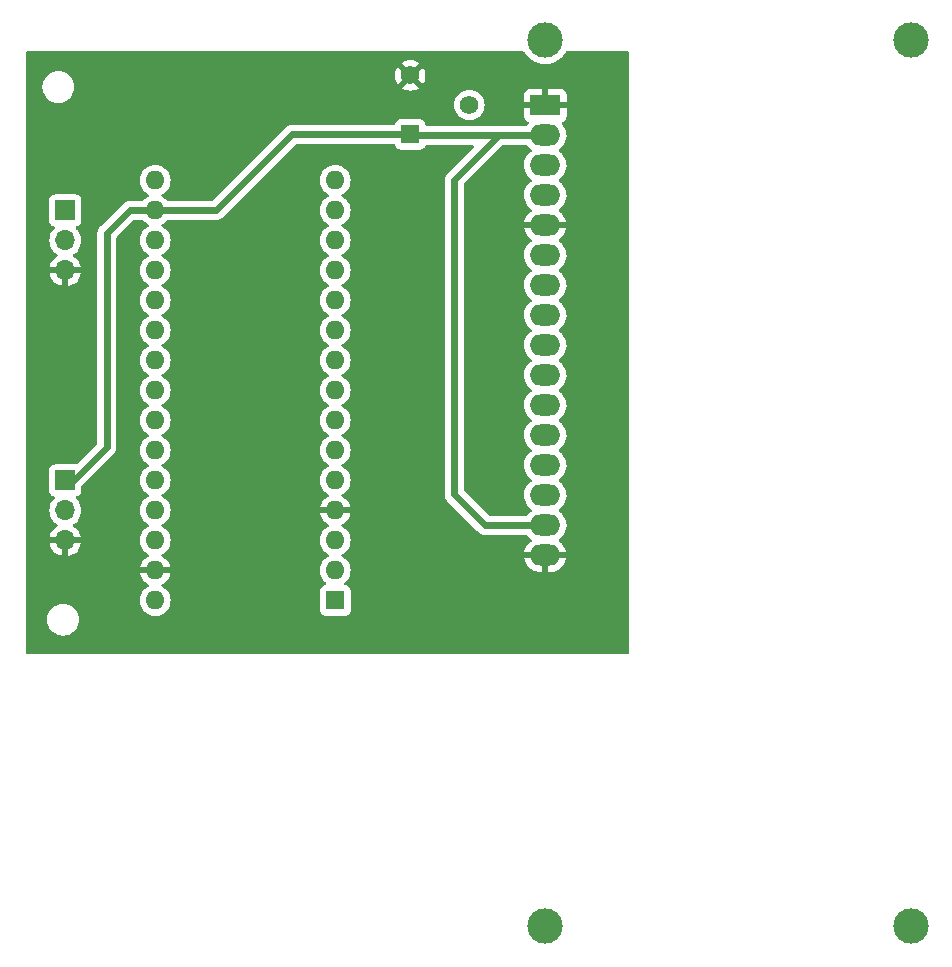
<source format=gbl>
G04 #@! TF.GenerationSoftware,KiCad,Pcbnew,7.0.5*
G04 #@! TF.CreationDate,2024-09-21T21:16:43+03:00*
G04 #@! TF.ProjectId,MatterEverything_Board,4d617474-6572-4457-9665-72797468696e,rev?*
G04 #@! TF.SameCoordinates,Original*
G04 #@! TF.FileFunction,Copper,L4,Bot*
G04 #@! TF.FilePolarity,Positive*
%FSLAX46Y46*%
G04 Gerber Fmt 4.6, Leading zero omitted, Abs format (unit mm)*
G04 Created by KiCad (PCBNEW 7.0.5) date 2024-09-21 21:16:43*
%MOMM*%
%LPD*%
G01*
G04 APERTURE LIST*
G04 #@! TA.AperFunction,ComponentPad*
%ADD10C,3.000000*%
G04 #@! TD*
G04 #@! TA.AperFunction,ComponentPad*
%ADD11R,2.600000X1.800000*%
G04 #@! TD*
G04 #@! TA.AperFunction,ComponentPad*
%ADD12O,2.600000X1.800000*%
G04 #@! TD*
G04 #@! TA.AperFunction,ComponentPad*
%ADD13R,1.700000X1.700000*%
G04 #@! TD*
G04 #@! TA.AperFunction,ComponentPad*
%ADD14O,1.700000X1.700000*%
G04 #@! TD*
G04 #@! TA.AperFunction,ComponentPad*
%ADD15C,1.560000*%
G04 #@! TD*
G04 #@! TA.AperFunction,ComponentPad*
%ADD16R,1.560000X1.560000*%
G04 #@! TD*
G04 #@! TA.AperFunction,ComponentPad*
%ADD17O,1.600000X1.600000*%
G04 #@! TD*
G04 #@! TA.AperFunction,ComponentPad*
%ADD18R,1.600000X1.600000*%
G04 #@! TD*
G04 #@! TA.AperFunction,Conductor*
%ADD19C,0.600000*%
G04 #@! TD*
G04 APERTURE END LIST*
D10*
X229120700Y-155859480D03*
X198120000Y-80860900D03*
X229120700Y-80860900D03*
X198120000Y-155860000D03*
D11*
X198120000Y-86360000D03*
D12*
X198120000Y-88900000D03*
X198120000Y-91440000D03*
X198120000Y-93980000D03*
X198120000Y-96520000D03*
X198120000Y-99060000D03*
X198120000Y-101600000D03*
X198120000Y-104140000D03*
X198120000Y-106680000D03*
X198120000Y-109220000D03*
X198120000Y-111760000D03*
X198120000Y-114300000D03*
X198120000Y-116840000D03*
X198120000Y-119380000D03*
X198120000Y-121920000D03*
X198120000Y-124460000D03*
D13*
X157480000Y-95250000D03*
D14*
X157480000Y-97790000D03*
X157480000Y-100330000D03*
D15*
X186690000Y-83820000D03*
X191690000Y-86320000D03*
D16*
X186690000Y-88820000D03*
D13*
X157480000Y-118110000D03*
D14*
X157480000Y-120650000D03*
X157480000Y-123190000D03*
D17*
X165100000Y-128270000D03*
X165100000Y-125730000D03*
X165100000Y-123190000D03*
X165100000Y-120650000D03*
X165100000Y-118110000D03*
X165100000Y-115570000D03*
X165100000Y-113030000D03*
X165100000Y-110490000D03*
X165100000Y-107950000D03*
X165100000Y-105410000D03*
X165100000Y-102870000D03*
X165100000Y-100330000D03*
X165100000Y-97790000D03*
X165100000Y-95250000D03*
X165100000Y-92710000D03*
X180340000Y-92710000D03*
X180340000Y-95250000D03*
X180340000Y-97790000D03*
X180340000Y-100330000D03*
X180340000Y-102870000D03*
X180340000Y-105410000D03*
X180340000Y-107950000D03*
X180340000Y-110490000D03*
X180340000Y-113030000D03*
X180340000Y-115570000D03*
X180340000Y-118110000D03*
X180340000Y-120650000D03*
X180340000Y-123190000D03*
X180340000Y-125730000D03*
D18*
X180340000Y-128270000D03*
D19*
X190400000Y-119300000D02*
X193020000Y-121920000D01*
X190400000Y-92700000D02*
X190400000Y-119300000D01*
X194200000Y-88900000D02*
X190400000Y-92700000D01*
X193020000Y-121920000D02*
X198120000Y-121920000D01*
X198120000Y-88900000D02*
X194200000Y-88900000D01*
X170250000Y-95250000D02*
X165100000Y-95250000D01*
X176680000Y-88820000D02*
X170250000Y-95250000D01*
X186690000Y-88820000D02*
X176680000Y-88820000D01*
X186770000Y-88900000D02*
X186690000Y-88820000D01*
X198120000Y-88900000D02*
X186770000Y-88900000D01*
X162950000Y-95250000D02*
X165100000Y-95250000D01*
X161000000Y-97200000D02*
X162950000Y-95250000D01*
X161000000Y-115300000D02*
X161000000Y-97200000D01*
X158190000Y-118110000D02*
X161000000Y-115300000D01*
X157480000Y-118110000D02*
X158190000Y-118110000D01*
G04 #@! TA.AperFunction,Conductor*
G36*
X196569855Y-89720185D02*
G01*
X196595899Y-89742576D01*
X196745170Y-89912181D01*
X196747436Y-89914755D01*
X196932920Y-90064523D01*
X196932935Y-90064531D01*
X196932942Y-90064538D01*
X196937291Y-90067478D01*
X196936693Y-90068362D01*
X196981861Y-90114411D01*
X196996053Y-90182824D01*
X196971005Y-90248050D01*
X196941897Y-90275520D01*
X196837007Y-90346413D01*
X196836997Y-90346421D01*
X196664881Y-90511379D01*
X196523123Y-90703050D01*
X196523120Y-90703054D01*
X196415796Y-90915920D01*
X196415793Y-90915926D01*
X196345983Y-91143878D01*
X196315702Y-91380346D01*
X196325819Y-91618528D01*
X196325819Y-91618532D01*
X196376045Y-91851580D01*
X196458697Y-92057265D01*
X196464936Y-92072790D01*
X196589931Y-92275795D01*
X196655659Y-92350476D01*
X196729115Y-92433939D01*
X196747436Y-92454755D01*
X196932920Y-92604523D01*
X196932935Y-92604531D01*
X196932942Y-92604538D01*
X196937291Y-92607478D01*
X196936693Y-92608362D01*
X196981861Y-92654411D01*
X196996053Y-92722824D01*
X196971005Y-92788050D01*
X196941897Y-92815520D01*
X196837007Y-92886413D01*
X196836997Y-92886421D01*
X196664881Y-93051379D01*
X196523123Y-93243050D01*
X196523120Y-93243054D01*
X196415796Y-93455920D01*
X196415793Y-93455926D01*
X196345983Y-93683878D01*
X196315702Y-93920346D01*
X196325819Y-94158528D01*
X196325819Y-94158532D01*
X196376045Y-94391580D01*
X196446901Y-94567909D01*
X196464936Y-94612790D01*
X196589931Y-94815795D01*
X196671628Y-94908621D01*
X196747436Y-94994755D01*
X196747440Y-94994759D01*
X196932913Y-95144518D01*
X196932917Y-95144521D01*
X196932920Y-95144523D01*
X196933311Y-95144741D01*
X196933421Y-95144803D01*
X196933592Y-95144977D01*
X196937283Y-95147472D01*
X196936775Y-95148222D01*
X196982348Y-95194682D01*
X196996542Y-95263094D01*
X196971496Y-95328321D01*
X196942387Y-95355792D01*
X196837314Y-95426810D01*
X196837309Y-95426814D01*
X196665263Y-95591706D01*
X196523549Y-95783316D01*
X196416257Y-95996115D01*
X196346475Y-96223979D01*
X196340582Y-96270000D01*
X197574118Y-96270000D01*
X197535444Y-96363369D01*
X197514823Y-96520000D01*
X197535444Y-96676631D01*
X197574118Y-96770000D01*
X196341734Y-96770000D01*
X196376525Y-96931433D01*
X196465383Y-97152562D01*
X196590333Y-97355494D01*
X196747780Y-97534389D01*
X196747786Y-97534396D01*
X196933194Y-97684102D01*
X196933196Y-97684104D01*
X196933395Y-97684215D01*
X196933462Y-97684284D01*
X196937564Y-97687056D01*
X196937000Y-97687890D01*
X196982323Y-97734093D01*
X196996517Y-97802506D01*
X196971472Y-97867733D01*
X196942361Y-97895206D01*
X196837007Y-97966413D01*
X196836997Y-97966421D01*
X196664881Y-98131379D01*
X196523123Y-98323050D01*
X196523120Y-98323054D01*
X196415796Y-98535920D01*
X196415793Y-98535926D01*
X196345983Y-98763878D01*
X196315702Y-99000346D01*
X196325819Y-99238528D01*
X196325819Y-99238532D01*
X196376045Y-99471580D01*
X196458697Y-99677265D01*
X196464936Y-99692790D01*
X196589931Y-99895795D01*
X196747436Y-100074755D01*
X196932920Y-100224523D01*
X196932935Y-100224531D01*
X196932942Y-100224538D01*
X196937291Y-100227478D01*
X196936693Y-100228362D01*
X196981861Y-100274411D01*
X196996053Y-100342824D01*
X196971005Y-100408050D01*
X196941897Y-100435520D01*
X196837007Y-100506413D01*
X196836997Y-100506421D01*
X196664881Y-100671379D01*
X196523123Y-100863050D01*
X196523120Y-100863054D01*
X196415796Y-101075920D01*
X196415793Y-101075926D01*
X196345983Y-101303878D01*
X196315702Y-101540346D01*
X196325819Y-101778528D01*
X196325819Y-101778532D01*
X196376045Y-102011580D01*
X196458697Y-102217265D01*
X196464936Y-102232790D01*
X196589931Y-102435795D01*
X196747436Y-102614755D01*
X196932920Y-102764523D01*
X196932935Y-102764531D01*
X196932942Y-102764538D01*
X196937291Y-102767478D01*
X196936693Y-102768362D01*
X196981861Y-102814411D01*
X196996053Y-102882824D01*
X196971005Y-102948050D01*
X196941897Y-102975520D01*
X196837007Y-103046413D01*
X196836997Y-103046421D01*
X196664881Y-103211379D01*
X196523123Y-103403050D01*
X196523120Y-103403054D01*
X196415796Y-103615920D01*
X196415793Y-103615926D01*
X196345983Y-103843878D01*
X196315702Y-104080346D01*
X196325819Y-104318528D01*
X196325819Y-104318532D01*
X196376045Y-104551580D01*
X196458697Y-104757265D01*
X196464936Y-104772790D01*
X196589931Y-104975795D01*
X196747436Y-105154755D01*
X196932920Y-105304523D01*
X196932935Y-105304531D01*
X196932942Y-105304538D01*
X196937291Y-105307478D01*
X196936693Y-105308362D01*
X196981861Y-105354411D01*
X196996053Y-105422824D01*
X196971005Y-105488050D01*
X196941897Y-105515520D01*
X196837007Y-105586413D01*
X196836997Y-105586421D01*
X196664881Y-105751379D01*
X196523123Y-105943050D01*
X196523120Y-105943054D01*
X196415796Y-106155920D01*
X196415793Y-106155926D01*
X196345983Y-106383878D01*
X196315702Y-106620346D01*
X196325819Y-106858528D01*
X196325819Y-106858532D01*
X196376045Y-107091580D01*
X196458697Y-107297265D01*
X196464936Y-107312790D01*
X196589931Y-107515795D01*
X196747436Y-107694755D01*
X196932920Y-107844523D01*
X196932935Y-107844531D01*
X196932942Y-107844538D01*
X196937291Y-107847478D01*
X196936693Y-107848362D01*
X196981861Y-107894411D01*
X196996053Y-107962824D01*
X196971005Y-108028050D01*
X196941897Y-108055520D01*
X196837007Y-108126413D01*
X196836997Y-108126421D01*
X196664881Y-108291379D01*
X196523123Y-108483050D01*
X196523120Y-108483054D01*
X196415796Y-108695920D01*
X196415793Y-108695926D01*
X196345983Y-108923878D01*
X196315702Y-109160346D01*
X196325819Y-109398528D01*
X196325819Y-109398532D01*
X196376045Y-109631580D01*
X196458697Y-109837265D01*
X196464936Y-109852790D01*
X196589931Y-110055795D01*
X196747436Y-110234755D01*
X196932920Y-110384523D01*
X196932935Y-110384531D01*
X196932942Y-110384538D01*
X196937291Y-110387478D01*
X196936693Y-110388362D01*
X196981861Y-110434411D01*
X196996053Y-110502824D01*
X196971005Y-110568050D01*
X196941897Y-110595520D01*
X196837007Y-110666413D01*
X196836997Y-110666421D01*
X196664881Y-110831379D01*
X196523123Y-111023050D01*
X196523120Y-111023054D01*
X196415796Y-111235920D01*
X196415793Y-111235926D01*
X196345983Y-111463878D01*
X196315702Y-111700346D01*
X196325819Y-111938528D01*
X196325819Y-111938532D01*
X196376045Y-112171580D01*
X196458697Y-112377265D01*
X196464936Y-112392790D01*
X196589931Y-112595795D01*
X196747436Y-112774755D01*
X196932920Y-112924523D01*
X196932935Y-112924531D01*
X196932942Y-112924538D01*
X196937291Y-112927478D01*
X196936693Y-112928362D01*
X196981861Y-112974411D01*
X196996053Y-113042824D01*
X196971005Y-113108050D01*
X196941897Y-113135520D01*
X196837007Y-113206413D01*
X196836997Y-113206421D01*
X196664881Y-113371379D01*
X196523123Y-113563050D01*
X196523120Y-113563054D01*
X196415796Y-113775920D01*
X196415793Y-113775926D01*
X196345983Y-114003878D01*
X196315702Y-114240346D01*
X196325819Y-114478528D01*
X196325819Y-114478532D01*
X196376045Y-114711580D01*
X196458697Y-114917265D01*
X196464936Y-114932790D01*
X196589931Y-115135795D01*
X196747436Y-115314755D01*
X196932920Y-115464523D01*
X196932935Y-115464531D01*
X196932942Y-115464538D01*
X196937291Y-115467478D01*
X196936693Y-115468362D01*
X196981861Y-115514411D01*
X196996053Y-115582824D01*
X196971005Y-115648050D01*
X196941897Y-115675520D01*
X196837007Y-115746413D01*
X196836997Y-115746421D01*
X196664881Y-115911379D01*
X196523123Y-116103050D01*
X196523120Y-116103054D01*
X196415796Y-116315920D01*
X196415793Y-116315926D01*
X196345983Y-116543878D01*
X196315702Y-116780346D01*
X196325819Y-117018528D01*
X196325819Y-117018532D01*
X196376045Y-117251580D01*
X196458697Y-117457265D01*
X196464936Y-117472790D01*
X196589931Y-117675795D01*
X196747436Y-117854755D01*
X196932920Y-118004523D01*
X196932935Y-118004531D01*
X196932942Y-118004538D01*
X196937291Y-118007478D01*
X196936693Y-118008362D01*
X196981861Y-118054411D01*
X196996053Y-118122824D01*
X196971005Y-118188050D01*
X196941897Y-118215520D01*
X196837007Y-118286413D01*
X196836997Y-118286421D01*
X196664881Y-118451379D01*
X196523123Y-118643050D01*
X196523120Y-118643054D01*
X196415796Y-118855920D01*
X196415793Y-118855926D01*
X196345983Y-119083878D01*
X196315702Y-119320346D01*
X196325819Y-119558528D01*
X196325819Y-119558532D01*
X196376045Y-119791580D01*
X196448613Y-119972169D01*
X196464936Y-120012790D01*
X196589931Y-120215795D01*
X196747436Y-120394755D01*
X196932920Y-120544523D01*
X196932935Y-120544531D01*
X196932942Y-120544538D01*
X196937291Y-120547478D01*
X196936693Y-120548362D01*
X196981861Y-120594411D01*
X196996053Y-120662824D01*
X196971005Y-120728050D01*
X196941897Y-120755520D01*
X196837007Y-120826413D01*
X196836997Y-120826421D01*
X196664881Y-120991379D01*
X196664880Y-120991380D01*
X196607299Y-121069235D01*
X196551609Y-121111429D01*
X196507604Y-121119500D01*
X193402940Y-121119500D01*
X193335901Y-121099815D01*
X193315259Y-121083181D01*
X191236819Y-119004741D01*
X191203334Y-118943418D01*
X191200500Y-118917060D01*
X191200500Y-93082940D01*
X191220185Y-93015901D01*
X191236819Y-92995259D01*
X194495259Y-89736819D01*
X194556582Y-89703334D01*
X194582940Y-89700500D01*
X196502816Y-89700500D01*
X196569855Y-89720185D01*
G37*
G04 #@! TD.AperFunction*
G04 #@! TA.AperFunction,Conductor*
G36*
X196336299Y-81800185D02*
G01*
X196378092Y-81845073D01*
X196432770Y-81945209D01*
X196432775Y-81945217D01*
X196604254Y-82174287D01*
X196604270Y-82174305D01*
X196806594Y-82376629D01*
X196806612Y-82376645D01*
X197035682Y-82548124D01*
X197035690Y-82548129D01*
X197286833Y-82685264D01*
X197286832Y-82685264D01*
X197286836Y-82685265D01*
X197286839Y-82685267D01*
X197554954Y-82785269D01*
X197554960Y-82785270D01*
X197554962Y-82785271D01*
X197834566Y-82846095D01*
X197834568Y-82846095D01*
X197834572Y-82846096D01*
X198088220Y-82864237D01*
X198119999Y-82866510D01*
X198120000Y-82866510D01*
X198120001Y-82866510D01*
X198148595Y-82864464D01*
X198405428Y-82846096D01*
X198685046Y-82785269D01*
X198953161Y-82685267D01*
X199204315Y-82548126D01*
X199433395Y-82376639D01*
X199635739Y-82174295D01*
X199807226Y-81945215D01*
X199861908Y-81845072D01*
X199911313Y-81795668D01*
X199970740Y-81780500D01*
X205115500Y-81780500D01*
X205182539Y-81800185D01*
X205228294Y-81852989D01*
X205239500Y-81904500D01*
X205239500Y-132725500D01*
X205219815Y-132792539D01*
X205167011Y-132838294D01*
X205115500Y-132849500D01*
X154294500Y-132849500D01*
X154227461Y-132829815D01*
X154181706Y-132777011D01*
X154170500Y-132725500D01*
X154170500Y-129900000D01*
X155944341Y-129900000D01*
X155964936Y-130135403D01*
X155964938Y-130135413D01*
X156026094Y-130363655D01*
X156026096Y-130363659D01*
X156026097Y-130363663D01*
X156076030Y-130470746D01*
X156125964Y-130577828D01*
X156125965Y-130577830D01*
X156261505Y-130771402D01*
X156428597Y-130938494D01*
X156622169Y-131074034D01*
X156622171Y-131074035D01*
X156836337Y-131173903D01*
X157064592Y-131235063D01*
X157241032Y-131250499D01*
X157241033Y-131250500D01*
X157241034Y-131250500D01*
X157358967Y-131250500D01*
X157358967Y-131250499D01*
X157535408Y-131235063D01*
X157763663Y-131173903D01*
X157977829Y-131074035D01*
X158171401Y-130938495D01*
X158338495Y-130771401D01*
X158474035Y-130577830D01*
X158573903Y-130363663D01*
X158635063Y-130135408D01*
X158655659Y-129900000D01*
X158635063Y-129664592D01*
X158573903Y-129436337D01*
X158474035Y-129222171D01*
X158474034Y-129222169D01*
X158338494Y-129028597D01*
X158171402Y-128861505D01*
X157977830Y-128725965D01*
X157977828Y-128725964D01*
X157870746Y-128676030D01*
X157763663Y-128626097D01*
X157763659Y-128626096D01*
X157763655Y-128626094D01*
X157535413Y-128564938D01*
X157535403Y-128564936D01*
X157358967Y-128549500D01*
X157358966Y-128549500D01*
X157241034Y-128549500D01*
X157241033Y-128549500D01*
X157064596Y-128564936D01*
X157064586Y-128564938D01*
X156836344Y-128626094D01*
X156836335Y-128626098D01*
X156622171Y-128725964D01*
X156622169Y-128725965D01*
X156428597Y-128861505D01*
X156261506Y-129028597D01*
X156261501Y-129028604D01*
X156125967Y-129222165D01*
X156125965Y-129222169D01*
X156026098Y-129436335D01*
X156026094Y-129436344D01*
X155964938Y-129664586D01*
X155964936Y-129664596D01*
X155944341Y-129899999D01*
X155944341Y-129900000D01*
X154170500Y-129900000D01*
X154170500Y-120650000D01*
X156124341Y-120650000D01*
X156144936Y-120885403D01*
X156144938Y-120885413D01*
X156206094Y-121113655D01*
X156206096Y-121113659D01*
X156206097Y-121113663D01*
X156287024Y-121287210D01*
X156305965Y-121327830D01*
X156305967Y-121327834D01*
X156414281Y-121482521D01*
X156441505Y-121521401D01*
X156608599Y-121688495D01*
X156739474Y-121780135D01*
X156794594Y-121818730D01*
X156838219Y-121873307D01*
X156845413Y-121942805D01*
X156813890Y-122005160D01*
X156794595Y-122021880D01*
X156608922Y-122151890D01*
X156608920Y-122151891D01*
X156441891Y-122318920D01*
X156441886Y-122318926D01*
X156306400Y-122512420D01*
X156306399Y-122512422D01*
X156206570Y-122726507D01*
X156206567Y-122726513D01*
X156149364Y-122939999D01*
X156149364Y-122940000D01*
X157046314Y-122940000D01*
X157020507Y-122980156D01*
X156980000Y-123118111D01*
X156980000Y-123261889D01*
X157020507Y-123399844D01*
X157046314Y-123440000D01*
X156149364Y-123440000D01*
X156206567Y-123653486D01*
X156206570Y-123653492D01*
X156306399Y-123867578D01*
X156441894Y-124061082D01*
X156608917Y-124228105D01*
X156802421Y-124363600D01*
X157016507Y-124463429D01*
X157016516Y-124463433D01*
X157230000Y-124520634D01*
X157230000Y-123625501D01*
X157337685Y-123674680D01*
X157444237Y-123690000D01*
X157515763Y-123690000D01*
X157622315Y-123674680D01*
X157730000Y-123625501D01*
X157730000Y-124520633D01*
X157943483Y-124463433D01*
X157943492Y-124463429D01*
X158157578Y-124363600D01*
X158351082Y-124228105D01*
X158518105Y-124061082D01*
X158653600Y-123867578D01*
X158753429Y-123653492D01*
X158753432Y-123653486D01*
X158810636Y-123440000D01*
X157913686Y-123440000D01*
X157939493Y-123399844D01*
X157980000Y-123261889D01*
X157980000Y-123118111D01*
X157939493Y-122980156D01*
X157913686Y-122940000D01*
X158810636Y-122940000D01*
X158810635Y-122939999D01*
X158753432Y-122726513D01*
X158753429Y-122726507D01*
X158653600Y-122512422D01*
X158653599Y-122512420D01*
X158518113Y-122318926D01*
X158518108Y-122318920D01*
X158351078Y-122151890D01*
X158165405Y-122021879D01*
X158121780Y-121967302D01*
X158114588Y-121897804D01*
X158146110Y-121835449D01*
X158165406Y-121818730D01*
X158219907Y-121780568D01*
X158351401Y-121688495D01*
X158518495Y-121521401D01*
X158654035Y-121327830D01*
X158753903Y-121113663D01*
X158815063Y-120885408D01*
X158835659Y-120650000D01*
X158815063Y-120414592D01*
X158753903Y-120186337D01*
X158654035Y-119972171D01*
X158606353Y-119904074D01*
X158518496Y-119778600D01*
X158468483Y-119728587D01*
X158396567Y-119656671D01*
X158363084Y-119595351D01*
X158368068Y-119525659D01*
X158409939Y-119469725D01*
X158440915Y-119452810D01*
X158572331Y-119403796D01*
X158687546Y-119317546D01*
X158773796Y-119202331D01*
X158824091Y-119067483D01*
X158830500Y-119007873D01*
X158830499Y-118652938D01*
X158850183Y-118585900D01*
X158866813Y-118565263D01*
X161597826Y-115834252D01*
X161597825Y-115834251D01*
X161629812Y-115802266D01*
X161629812Y-115802265D01*
X161629816Y-115802262D01*
X161652037Y-115766895D01*
X161656052Y-115761236D01*
X161682091Y-115728587D01*
X161700209Y-115690961D01*
X161703565Y-115684889D01*
X161725789Y-115649522D01*
X161739580Y-115610105D01*
X161742236Y-115603693D01*
X161760360Y-115566061D01*
X161769658Y-115525321D01*
X161771571Y-115518680D01*
X161785368Y-115479255D01*
X161790043Y-115437760D01*
X161791208Y-115430905D01*
X161799727Y-115393579D01*
X161800500Y-115390194D01*
X161800500Y-115209806D01*
X161800500Y-97582938D01*
X161820185Y-97515900D01*
X161836819Y-97495258D01*
X163245259Y-96086819D01*
X163306582Y-96053334D01*
X163332940Y-96050500D01*
X164009951Y-96050500D01*
X164076990Y-96070185D01*
X164097632Y-96086819D01*
X164260858Y-96250045D01*
X164260861Y-96250047D01*
X164447266Y-96380568D01*
X164505275Y-96407618D01*
X164557714Y-96453791D01*
X164576866Y-96520984D01*
X164556650Y-96587865D01*
X164505275Y-96632381D01*
X164488272Y-96640310D01*
X164447267Y-96659431D01*
X164447265Y-96659432D01*
X164260858Y-96789954D01*
X164099954Y-96950858D01*
X163969432Y-97137265D01*
X163969431Y-97137267D01*
X163873261Y-97343502D01*
X163873258Y-97343511D01*
X163814366Y-97563302D01*
X163814364Y-97563313D01*
X163794532Y-97789998D01*
X163794532Y-97790001D01*
X163814364Y-98016686D01*
X163814366Y-98016697D01*
X163873258Y-98236488D01*
X163873261Y-98236497D01*
X163969431Y-98442732D01*
X163969432Y-98442734D01*
X164099954Y-98629141D01*
X164260858Y-98790045D01*
X164260861Y-98790047D01*
X164447266Y-98920568D01*
X164505275Y-98947618D01*
X164557714Y-98993791D01*
X164576866Y-99060984D01*
X164556650Y-99127865D01*
X164505275Y-99172382D01*
X164447267Y-99199431D01*
X164447265Y-99199432D01*
X164260858Y-99329954D01*
X164099954Y-99490858D01*
X163969432Y-99677265D01*
X163969431Y-99677267D01*
X163873261Y-99883502D01*
X163873258Y-99883511D01*
X163814366Y-100103302D01*
X163814364Y-100103313D01*
X163794532Y-100329998D01*
X163794532Y-100330001D01*
X163814364Y-100556686D01*
X163814366Y-100556697D01*
X163873258Y-100776488D01*
X163873261Y-100776497D01*
X163969431Y-100982732D01*
X163969432Y-100982734D01*
X164099954Y-101169141D01*
X164260858Y-101330045D01*
X164260861Y-101330047D01*
X164447266Y-101460568D01*
X164505275Y-101487618D01*
X164557714Y-101533791D01*
X164576866Y-101600984D01*
X164556650Y-101667865D01*
X164505275Y-101712382D01*
X164447267Y-101739431D01*
X164447265Y-101739432D01*
X164260858Y-101869954D01*
X164099954Y-102030858D01*
X163969432Y-102217265D01*
X163969431Y-102217267D01*
X163873261Y-102423502D01*
X163873258Y-102423511D01*
X163814366Y-102643302D01*
X163814364Y-102643313D01*
X163794532Y-102869998D01*
X163794532Y-102870001D01*
X163814364Y-103096686D01*
X163814366Y-103096697D01*
X163873258Y-103316488D01*
X163873261Y-103316497D01*
X163969431Y-103522732D01*
X163969432Y-103522734D01*
X164099954Y-103709141D01*
X164260858Y-103870045D01*
X164260861Y-103870047D01*
X164447266Y-104000568D01*
X164505278Y-104027619D01*
X164557713Y-104073788D01*
X164576866Y-104140982D01*
X164556651Y-104207863D01*
X164505277Y-104252380D01*
X164447268Y-104279430D01*
X164447265Y-104279432D01*
X164260858Y-104409954D01*
X164099954Y-104570858D01*
X163969432Y-104757265D01*
X163969431Y-104757267D01*
X163873261Y-104963502D01*
X163873258Y-104963511D01*
X163814366Y-105183302D01*
X163814364Y-105183313D01*
X163794532Y-105409998D01*
X163794532Y-105410001D01*
X163814364Y-105636686D01*
X163814366Y-105636697D01*
X163873258Y-105856488D01*
X163873261Y-105856497D01*
X163969431Y-106062732D01*
X163969432Y-106062734D01*
X164099954Y-106249141D01*
X164260858Y-106410045D01*
X164260861Y-106410047D01*
X164447266Y-106540568D01*
X164505278Y-106567619D01*
X164557713Y-106613788D01*
X164576866Y-106680982D01*
X164556651Y-106747863D01*
X164505277Y-106792380D01*
X164447268Y-106819430D01*
X164447265Y-106819432D01*
X164260858Y-106949954D01*
X164099954Y-107110858D01*
X163969432Y-107297265D01*
X163969431Y-107297267D01*
X163873261Y-107503502D01*
X163873258Y-107503511D01*
X163814366Y-107723302D01*
X163814364Y-107723313D01*
X163794532Y-107949998D01*
X163794532Y-107950001D01*
X163814364Y-108176686D01*
X163814366Y-108176697D01*
X163873258Y-108396488D01*
X163873261Y-108396497D01*
X163969431Y-108602732D01*
X163969432Y-108602734D01*
X164099954Y-108789141D01*
X164260858Y-108950045D01*
X164260861Y-108950047D01*
X164447266Y-109080568D01*
X164505275Y-109107618D01*
X164557714Y-109153791D01*
X164576866Y-109220984D01*
X164556650Y-109287865D01*
X164505275Y-109332382D01*
X164447267Y-109359431D01*
X164447265Y-109359432D01*
X164260858Y-109489954D01*
X164099954Y-109650858D01*
X163969432Y-109837265D01*
X163969431Y-109837267D01*
X163873261Y-110043502D01*
X163873258Y-110043511D01*
X163814366Y-110263302D01*
X163814364Y-110263313D01*
X163794532Y-110489998D01*
X163794532Y-110490001D01*
X163814364Y-110716686D01*
X163814366Y-110716697D01*
X163873258Y-110936488D01*
X163873261Y-110936497D01*
X163969431Y-111142732D01*
X163969432Y-111142734D01*
X164099954Y-111329141D01*
X164260858Y-111490045D01*
X164260861Y-111490047D01*
X164447266Y-111620568D01*
X164505275Y-111647618D01*
X164557714Y-111693791D01*
X164576866Y-111760984D01*
X164556650Y-111827865D01*
X164505275Y-111872382D01*
X164447267Y-111899431D01*
X164447265Y-111899432D01*
X164260858Y-112029954D01*
X164099954Y-112190858D01*
X163969432Y-112377265D01*
X163969431Y-112377267D01*
X163873261Y-112583502D01*
X163873258Y-112583511D01*
X163814366Y-112803302D01*
X163814364Y-112803313D01*
X163794532Y-113029998D01*
X163794532Y-113030001D01*
X163814364Y-113256686D01*
X163814366Y-113256697D01*
X163873258Y-113476488D01*
X163873261Y-113476497D01*
X163969431Y-113682732D01*
X163969432Y-113682734D01*
X164099954Y-113869141D01*
X164260858Y-114030045D01*
X164260861Y-114030047D01*
X164447266Y-114160568D01*
X164505275Y-114187618D01*
X164557714Y-114233791D01*
X164576866Y-114300984D01*
X164556650Y-114367865D01*
X164505275Y-114412382D01*
X164447267Y-114439431D01*
X164447265Y-114439432D01*
X164260858Y-114569954D01*
X164099954Y-114730858D01*
X163969432Y-114917265D01*
X163969431Y-114917267D01*
X163873261Y-115123502D01*
X163873258Y-115123511D01*
X163814366Y-115343302D01*
X163814364Y-115343313D01*
X163794532Y-115569998D01*
X163794532Y-115570001D01*
X163814364Y-115796686D01*
X163814366Y-115796697D01*
X163873258Y-116016488D01*
X163873261Y-116016497D01*
X163969431Y-116222732D01*
X163969432Y-116222734D01*
X164099954Y-116409141D01*
X164260858Y-116570045D01*
X164260861Y-116570047D01*
X164447266Y-116700568D01*
X164505275Y-116727618D01*
X164557714Y-116773791D01*
X164576866Y-116840984D01*
X164556650Y-116907865D01*
X164505275Y-116952382D01*
X164447267Y-116979431D01*
X164447265Y-116979432D01*
X164260858Y-117109954D01*
X164099954Y-117270858D01*
X163969432Y-117457265D01*
X163969431Y-117457267D01*
X163873261Y-117663502D01*
X163873258Y-117663511D01*
X163814366Y-117883302D01*
X163814364Y-117883313D01*
X163794532Y-118109998D01*
X163794532Y-118110001D01*
X163814364Y-118336686D01*
X163814366Y-118336697D01*
X163873258Y-118556488D01*
X163873261Y-118556497D01*
X163969431Y-118762732D01*
X163969432Y-118762734D01*
X164099954Y-118949141D01*
X164260858Y-119110045D01*
X164260861Y-119110047D01*
X164447266Y-119240568D01*
X164505275Y-119267618D01*
X164557714Y-119313791D01*
X164576866Y-119380984D01*
X164556650Y-119447865D01*
X164505275Y-119492381D01*
X164488272Y-119500310D01*
X164447267Y-119519431D01*
X164447265Y-119519432D01*
X164260858Y-119649954D01*
X164099954Y-119810858D01*
X163969432Y-119997265D01*
X163969431Y-119997267D01*
X163873261Y-120203502D01*
X163873258Y-120203511D01*
X163814366Y-120423302D01*
X163814364Y-120423313D01*
X163794532Y-120649998D01*
X163794532Y-120650001D01*
X163814364Y-120876686D01*
X163814366Y-120876697D01*
X163873258Y-121096488D01*
X163873261Y-121096497D01*
X163969431Y-121302732D01*
X163969432Y-121302734D01*
X164099954Y-121489141D01*
X164260858Y-121650045D01*
X164260861Y-121650047D01*
X164447266Y-121780568D01*
X164504681Y-121807341D01*
X164505275Y-121807618D01*
X164557714Y-121853791D01*
X164576866Y-121920984D01*
X164556650Y-121987865D01*
X164505275Y-122032382D01*
X164447267Y-122059431D01*
X164447265Y-122059432D01*
X164260858Y-122189954D01*
X164099954Y-122350858D01*
X163969432Y-122537265D01*
X163969431Y-122537267D01*
X163873261Y-122743502D01*
X163873258Y-122743511D01*
X163814366Y-122963302D01*
X163814364Y-122963313D01*
X163794532Y-123189998D01*
X163794532Y-123190001D01*
X163814364Y-123416686D01*
X163814366Y-123416697D01*
X163873258Y-123636488D01*
X163873261Y-123636497D01*
X163969431Y-123842732D01*
X163969432Y-123842734D01*
X164099954Y-124029141D01*
X164260858Y-124190045D01*
X164260861Y-124190047D01*
X164447266Y-124320568D01*
X164505865Y-124347893D01*
X164558305Y-124394065D01*
X164577457Y-124461258D01*
X164557242Y-124528139D01*
X164505867Y-124572657D01*
X164447515Y-124599867D01*
X164261179Y-124730342D01*
X164100342Y-124891179D01*
X163969865Y-125077517D01*
X163873734Y-125283673D01*
X163873730Y-125283682D01*
X163821127Y-125479999D01*
X163821128Y-125480000D01*
X164666314Y-125480000D01*
X164640507Y-125520156D01*
X164600000Y-125658111D01*
X164600000Y-125801889D01*
X164640507Y-125939844D01*
X164666314Y-125980000D01*
X163821128Y-125980000D01*
X163873730Y-126176317D01*
X163873734Y-126176326D01*
X163969865Y-126382482D01*
X164100342Y-126568820D01*
X164261179Y-126729657D01*
X164447518Y-126860134D01*
X164447520Y-126860135D01*
X164505865Y-126887342D01*
X164558305Y-126933514D01*
X164577457Y-127000707D01*
X164557242Y-127067589D01*
X164505867Y-127112105D01*
X164447268Y-127139431D01*
X164447264Y-127139433D01*
X164260858Y-127269954D01*
X164099954Y-127430858D01*
X163969432Y-127617265D01*
X163969431Y-127617267D01*
X163873261Y-127823502D01*
X163873258Y-127823511D01*
X163814366Y-128043302D01*
X163814364Y-128043313D01*
X163794532Y-128269998D01*
X163794532Y-128270001D01*
X163814364Y-128496686D01*
X163814366Y-128496697D01*
X163873258Y-128716488D01*
X163873261Y-128716497D01*
X163969431Y-128922732D01*
X163969432Y-128922734D01*
X164099954Y-129109141D01*
X164260858Y-129270045D01*
X164260861Y-129270047D01*
X164447266Y-129400568D01*
X164653504Y-129496739D01*
X164873308Y-129555635D01*
X165035230Y-129569801D01*
X165099998Y-129575468D01*
X165100000Y-129575468D01*
X165100002Y-129575468D01*
X165156807Y-129570498D01*
X165326692Y-129555635D01*
X165546496Y-129496739D01*
X165752734Y-129400568D01*
X165939139Y-129270047D01*
X166100047Y-129109139D01*
X166230568Y-128922734D01*
X166326739Y-128716496D01*
X166385635Y-128496692D01*
X166405468Y-128270000D01*
X166385635Y-128043308D01*
X166326739Y-127823504D01*
X166230568Y-127617266D01*
X166100047Y-127430861D01*
X166100045Y-127430858D01*
X165939141Y-127269954D01*
X165752734Y-127139432D01*
X165752732Y-127139431D01*
X165741275Y-127134088D01*
X165694132Y-127112105D01*
X165641694Y-127065934D01*
X165622542Y-126998740D01*
X165642758Y-126931859D01*
X165694134Y-126887341D01*
X165752484Y-126860132D01*
X165938820Y-126729657D01*
X166099657Y-126568820D01*
X166230134Y-126382482D01*
X166326265Y-126176326D01*
X166326269Y-126176317D01*
X166378872Y-125980000D01*
X165533686Y-125980000D01*
X165559493Y-125939844D01*
X165600000Y-125801889D01*
X165600000Y-125730001D01*
X179034532Y-125730001D01*
X179054364Y-125956686D01*
X179054366Y-125956697D01*
X179113258Y-126176488D01*
X179113261Y-126176497D01*
X179209431Y-126382732D01*
X179209432Y-126382734D01*
X179339954Y-126569141D01*
X179500858Y-126730045D01*
X179525462Y-126747273D01*
X179569087Y-126801849D01*
X179576281Y-126871348D01*
X179544758Y-126933703D01*
X179484529Y-126969117D01*
X179467593Y-126972138D01*
X179432516Y-126975908D01*
X179297671Y-127026202D01*
X179297664Y-127026206D01*
X179182455Y-127112452D01*
X179182452Y-127112455D01*
X179096206Y-127227664D01*
X179096202Y-127227671D01*
X179045908Y-127362517D01*
X179039501Y-127422116D01*
X179039501Y-127422123D01*
X179039500Y-127422135D01*
X179039500Y-129117870D01*
X179039501Y-129117876D01*
X179045908Y-129177483D01*
X179096202Y-129312328D01*
X179096206Y-129312335D01*
X179182452Y-129427544D01*
X179182455Y-129427547D01*
X179297664Y-129513793D01*
X179297671Y-129513797D01*
X179432517Y-129564091D01*
X179432516Y-129564091D01*
X179439444Y-129564835D01*
X179492127Y-129570500D01*
X181187872Y-129570499D01*
X181247483Y-129564091D01*
X181382331Y-129513796D01*
X181497546Y-129427546D01*
X181583796Y-129312331D01*
X181634091Y-129177483D01*
X181640500Y-129117873D01*
X181640499Y-127422128D01*
X181634091Y-127362517D01*
X181599567Y-127269954D01*
X181583797Y-127227671D01*
X181583793Y-127227664D01*
X181497547Y-127112455D01*
X181497544Y-127112452D01*
X181382335Y-127026206D01*
X181382328Y-127026202D01*
X181247482Y-126975908D01*
X181247483Y-126975908D01*
X181212404Y-126972137D01*
X181147853Y-126945399D01*
X181108005Y-126888006D01*
X181105512Y-126818181D01*
X181141165Y-126758092D01*
X181154539Y-126747272D01*
X181179140Y-126730046D01*
X181340045Y-126569141D01*
X181340044Y-126569141D01*
X181340047Y-126569139D01*
X181470568Y-126382734D01*
X181566739Y-126176496D01*
X181625635Y-125956692D01*
X181645468Y-125730000D01*
X181625635Y-125503308D01*
X181566739Y-125283504D01*
X181470568Y-125077266D01*
X181340047Y-124890861D01*
X181340045Y-124890858D01*
X181179141Y-124729954D01*
X180992734Y-124599432D01*
X180992728Y-124599429D01*
X180934725Y-124572382D01*
X180882285Y-124526210D01*
X180863133Y-124459017D01*
X180883348Y-124392135D01*
X180934725Y-124347618D01*
X180992734Y-124320568D01*
X181179139Y-124190047D01*
X181340047Y-124029139D01*
X181470568Y-123842734D01*
X181566739Y-123636496D01*
X181625635Y-123416692D01*
X181645468Y-123190000D01*
X181625635Y-122963308D01*
X181566739Y-122743504D01*
X181470568Y-122537266D01*
X181340047Y-122350861D01*
X181340045Y-122350858D01*
X181179141Y-122189954D01*
X180992734Y-122059432D01*
X180992732Y-122059431D01*
X180934725Y-122032382D01*
X180934132Y-122032105D01*
X180881694Y-121985934D01*
X180862542Y-121918740D01*
X180882758Y-121851859D01*
X180934134Y-121807341D01*
X180992484Y-121780132D01*
X181178820Y-121649657D01*
X181339657Y-121488820D01*
X181470134Y-121302482D01*
X181566265Y-121096326D01*
X181566269Y-121096317D01*
X181618872Y-120900000D01*
X180773686Y-120900000D01*
X180799493Y-120859844D01*
X180840000Y-120721889D01*
X180840000Y-120578111D01*
X180799493Y-120440156D01*
X180773686Y-120400000D01*
X181618872Y-120400000D01*
X181618872Y-120399999D01*
X181566269Y-120203682D01*
X181566265Y-120203673D01*
X181470134Y-119997517D01*
X181339657Y-119811179D01*
X181178820Y-119650342D01*
X180992482Y-119519865D01*
X180934133Y-119492657D01*
X180881694Y-119446484D01*
X180862542Y-119379291D01*
X180882758Y-119312410D01*
X180934129Y-119267895D01*
X180992734Y-119240568D01*
X181179139Y-119110047D01*
X181340047Y-118949139D01*
X181470568Y-118762734D01*
X181566739Y-118556496D01*
X181625635Y-118336692D01*
X181645468Y-118110000D01*
X181625635Y-117883308D01*
X181566739Y-117663504D01*
X181470568Y-117457266D01*
X181340047Y-117270861D01*
X181340045Y-117270858D01*
X181179141Y-117109954D01*
X180992734Y-116979432D01*
X180992728Y-116979429D01*
X180934725Y-116952382D01*
X180882285Y-116906210D01*
X180863133Y-116839017D01*
X180883348Y-116772135D01*
X180934725Y-116727618D01*
X180992734Y-116700568D01*
X181179139Y-116570047D01*
X181340047Y-116409139D01*
X181470568Y-116222734D01*
X181566739Y-116016496D01*
X181625635Y-115796692D01*
X181645468Y-115570000D01*
X181645123Y-115566061D01*
X181633299Y-115430905D01*
X181625635Y-115343308D01*
X181566739Y-115123504D01*
X181470568Y-114917266D01*
X181340047Y-114730861D01*
X181340045Y-114730858D01*
X181179141Y-114569954D01*
X180992734Y-114439432D01*
X180992728Y-114439429D01*
X180934725Y-114412382D01*
X180882285Y-114366210D01*
X180863133Y-114299017D01*
X180883348Y-114232135D01*
X180934725Y-114187618D01*
X180992734Y-114160568D01*
X181179139Y-114030047D01*
X181340047Y-113869139D01*
X181470568Y-113682734D01*
X181566739Y-113476496D01*
X181625635Y-113256692D01*
X181645468Y-113030000D01*
X181625635Y-112803308D01*
X181566739Y-112583504D01*
X181470568Y-112377266D01*
X181340047Y-112190861D01*
X181340045Y-112190858D01*
X181179141Y-112029954D01*
X180992734Y-111899432D01*
X180992728Y-111899429D01*
X180934725Y-111872382D01*
X180882285Y-111826210D01*
X180863133Y-111759017D01*
X180883348Y-111692135D01*
X180934725Y-111647618D01*
X180992734Y-111620568D01*
X181179139Y-111490047D01*
X181340047Y-111329139D01*
X181470568Y-111142734D01*
X181566739Y-110936496D01*
X181625635Y-110716692D01*
X181645468Y-110490000D01*
X181625635Y-110263308D01*
X181566739Y-110043504D01*
X181470568Y-109837266D01*
X181340047Y-109650861D01*
X181340045Y-109650858D01*
X181179141Y-109489954D01*
X180992734Y-109359432D01*
X180992728Y-109359429D01*
X180934725Y-109332382D01*
X180882285Y-109286210D01*
X180863133Y-109219017D01*
X180883348Y-109152135D01*
X180934725Y-109107618D01*
X180992734Y-109080568D01*
X181179139Y-108950047D01*
X181340047Y-108789139D01*
X181470568Y-108602734D01*
X181566739Y-108396496D01*
X181625635Y-108176692D01*
X181645468Y-107950000D01*
X181625635Y-107723308D01*
X181566739Y-107503504D01*
X181470568Y-107297266D01*
X181340047Y-107110861D01*
X181340045Y-107110858D01*
X181179141Y-106949954D01*
X180992735Y-106819433D01*
X180992736Y-106819433D01*
X180992734Y-106819432D01*
X180934722Y-106792380D01*
X180882284Y-106746208D01*
X180863133Y-106679014D01*
X180883349Y-106612133D01*
X180934721Y-106567619D01*
X180992734Y-106540568D01*
X181179139Y-106410047D01*
X181340047Y-106249139D01*
X181470568Y-106062734D01*
X181566739Y-105856496D01*
X181625635Y-105636692D01*
X181645468Y-105410000D01*
X181625635Y-105183308D01*
X181566739Y-104963504D01*
X181470568Y-104757266D01*
X181340047Y-104570861D01*
X181340045Y-104570858D01*
X181179141Y-104409954D01*
X180992734Y-104279432D01*
X180992728Y-104279429D01*
X180934725Y-104252382D01*
X180882285Y-104206210D01*
X180863133Y-104139017D01*
X180883348Y-104072135D01*
X180934725Y-104027618D01*
X180992734Y-104000568D01*
X181179139Y-103870047D01*
X181340047Y-103709139D01*
X181470568Y-103522734D01*
X181566739Y-103316496D01*
X181625635Y-103096692D01*
X181645468Y-102870000D01*
X181625635Y-102643308D01*
X181566739Y-102423504D01*
X181470568Y-102217266D01*
X181340047Y-102030861D01*
X181340045Y-102030858D01*
X181179141Y-101869954D01*
X180992734Y-101739432D01*
X180992728Y-101739429D01*
X180934725Y-101712382D01*
X180882285Y-101666210D01*
X180863133Y-101599017D01*
X180883348Y-101532135D01*
X180934725Y-101487618D01*
X180992734Y-101460568D01*
X181179139Y-101330047D01*
X181340047Y-101169139D01*
X181470568Y-100982734D01*
X181566739Y-100776496D01*
X181625635Y-100556692D01*
X181645468Y-100330000D01*
X181625635Y-100103308D01*
X181566739Y-99883504D01*
X181470568Y-99677266D01*
X181340047Y-99490861D01*
X181340045Y-99490858D01*
X181179141Y-99329954D01*
X180992734Y-99199432D01*
X180992728Y-99199429D01*
X180934725Y-99172382D01*
X180882285Y-99126210D01*
X180863133Y-99059017D01*
X180883348Y-98992135D01*
X180934725Y-98947618D01*
X180992734Y-98920568D01*
X181179139Y-98790047D01*
X181340047Y-98629139D01*
X181470568Y-98442734D01*
X181566739Y-98236496D01*
X181625635Y-98016692D01*
X181645468Y-97790000D01*
X181625635Y-97563308D01*
X181566739Y-97343504D01*
X181470568Y-97137266D01*
X181340047Y-96950861D01*
X181340045Y-96950858D01*
X181179141Y-96789954D01*
X180992734Y-96659432D01*
X180992728Y-96659429D01*
X180965038Y-96646517D01*
X180934724Y-96632381D01*
X180882285Y-96586210D01*
X180863133Y-96519017D01*
X180883348Y-96452135D01*
X180934725Y-96407618D01*
X180992734Y-96380568D01*
X181179139Y-96250047D01*
X181340047Y-96089139D01*
X181470568Y-95902734D01*
X181566739Y-95696496D01*
X181625635Y-95476692D01*
X181645468Y-95250000D01*
X181625635Y-95023308D01*
X181566739Y-94803504D01*
X181470568Y-94597266D01*
X181353319Y-94429815D01*
X181340045Y-94410858D01*
X181179141Y-94249954D01*
X180992734Y-94119432D01*
X180992728Y-94119429D01*
X180934725Y-94092382D01*
X180882285Y-94046210D01*
X180863133Y-93979017D01*
X180883348Y-93912135D01*
X180934725Y-93867618D01*
X180992734Y-93840568D01*
X181179139Y-93710047D01*
X181340047Y-93549139D01*
X181470568Y-93362734D01*
X181566739Y-93156496D01*
X181625635Y-92936692D01*
X181645468Y-92710000D01*
X181625635Y-92483308D01*
X181568858Y-92271413D01*
X181566741Y-92263511D01*
X181566738Y-92263502D01*
X181536072Y-92197739D01*
X181470568Y-92057266D01*
X181340047Y-91870861D01*
X181340045Y-91870858D01*
X181179141Y-91709954D01*
X180992734Y-91579432D01*
X180992732Y-91579431D01*
X180786497Y-91483261D01*
X180786488Y-91483258D01*
X180566697Y-91424366D01*
X180566693Y-91424365D01*
X180566692Y-91424365D01*
X180566691Y-91424364D01*
X180566686Y-91424364D01*
X180340002Y-91404532D01*
X180339998Y-91404532D01*
X180113313Y-91424364D01*
X180113302Y-91424366D01*
X179893511Y-91483258D01*
X179893502Y-91483261D01*
X179687267Y-91579431D01*
X179687265Y-91579432D01*
X179500858Y-91709954D01*
X179339954Y-91870858D01*
X179209432Y-92057265D01*
X179209431Y-92057267D01*
X179113261Y-92263502D01*
X179113258Y-92263511D01*
X179054366Y-92483302D01*
X179054364Y-92483313D01*
X179034532Y-92709998D01*
X179034532Y-92710001D01*
X179054364Y-92936686D01*
X179054366Y-92936697D01*
X179113258Y-93156488D01*
X179113261Y-93156497D01*
X179209431Y-93362732D01*
X179209432Y-93362734D01*
X179339954Y-93549141D01*
X179500858Y-93710045D01*
X179500861Y-93710047D01*
X179687266Y-93840568D01*
X179745275Y-93867618D01*
X179797714Y-93913791D01*
X179816866Y-93980984D01*
X179796650Y-94047865D01*
X179745275Y-94092382D01*
X179687267Y-94119431D01*
X179687265Y-94119432D01*
X179500858Y-94249954D01*
X179339954Y-94410858D01*
X179209432Y-94597265D01*
X179209431Y-94597267D01*
X179113261Y-94803502D01*
X179113258Y-94803511D01*
X179054366Y-95023302D01*
X179054364Y-95023313D01*
X179034532Y-95249998D01*
X179034532Y-95250001D01*
X179054364Y-95476686D01*
X179054366Y-95476697D01*
X179113258Y-95696488D01*
X179113261Y-95696497D01*
X179209431Y-95902732D01*
X179209432Y-95902734D01*
X179339954Y-96089141D01*
X179500858Y-96250045D01*
X179500861Y-96250047D01*
X179687266Y-96380568D01*
X179745275Y-96407618D01*
X179797714Y-96453791D01*
X179816866Y-96520984D01*
X179796650Y-96587865D01*
X179745275Y-96632381D01*
X179728272Y-96640310D01*
X179687267Y-96659431D01*
X179687265Y-96659432D01*
X179500858Y-96789954D01*
X179339954Y-96950858D01*
X179209432Y-97137265D01*
X179209431Y-97137267D01*
X179113261Y-97343502D01*
X179113258Y-97343511D01*
X179054366Y-97563302D01*
X179054364Y-97563313D01*
X179034532Y-97789998D01*
X179034532Y-97790001D01*
X179054364Y-98016686D01*
X179054366Y-98016697D01*
X179113258Y-98236488D01*
X179113261Y-98236497D01*
X179209431Y-98442732D01*
X179209432Y-98442734D01*
X179339954Y-98629141D01*
X179500858Y-98790045D01*
X179500861Y-98790047D01*
X179687266Y-98920568D01*
X179745275Y-98947618D01*
X179797714Y-98993791D01*
X179816866Y-99060984D01*
X179796650Y-99127865D01*
X179745275Y-99172382D01*
X179687267Y-99199431D01*
X179687265Y-99199432D01*
X179500858Y-99329954D01*
X179339954Y-99490858D01*
X179209432Y-99677265D01*
X179209431Y-99677267D01*
X179113261Y-99883502D01*
X179113258Y-99883511D01*
X179054366Y-100103302D01*
X179054364Y-100103313D01*
X179034532Y-100329998D01*
X179034532Y-100330001D01*
X179054364Y-100556686D01*
X179054366Y-100556697D01*
X179113258Y-100776488D01*
X179113261Y-100776497D01*
X179209431Y-100982732D01*
X179209432Y-100982734D01*
X179339954Y-101169141D01*
X179500858Y-101330045D01*
X179500861Y-101330047D01*
X179687266Y-101460568D01*
X179745275Y-101487618D01*
X179797714Y-101533791D01*
X179816866Y-101600984D01*
X179796650Y-101667865D01*
X179745275Y-101712382D01*
X179687267Y-101739431D01*
X179687265Y-101739432D01*
X179500858Y-101869954D01*
X179339954Y-102030858D01*
X179209432Y-102217265D01*
X179209431Y-102217267D01*
X179113261Y-102423502D01*
X179113258Y-102423511D01*
X179054366Y-102643302D01*
X179054364Y-102643313D01*
X179034532Y-102869998D01*
X179034532Y-102870001D01*
X179054364Y-103096686D01*
X179054366Y-103096697D01*
X179113258Y-103316488D01*
X179113261Y-103316497D01*
X179209431Y-103522732D01*
X179209432Y-103522734D01*
X179339954Y-103709141D01*
X179500858Y-103870045D01*
X179500861Y-103870047D01*
X179687266Y-104000568D01*
X179745275Y-104027618D01*
X179797714Y-104073791D01*
X179816866Y-104140984D01*
X179796650Y-104207865D01*
X179745275Y-104252382D01*
X179687267Y-104279431D01*
X179687265Y-104279432D01*
X179500858Y-104409954D01*
X179339954Y-104570858D01*
X179209432Y-104757265D01*
X179209431Y-104757267D01*
X179113261Y-104963502D01*
X179113258Y-104963511D01*
X179054366Y-105183302D01*
X179054364Y-105183313D01*
X179034532Y-105409998D01*
X179034532Y-105410001D01*
X179054364Y-105636686D01*
X179054366Y-105636697D01*
X179113258Y-105856488D01*
X179113261Y-105856497D01*
X179209431Y-106062732D01*
X179209432Y-106062734D01*
X179339954Y-106249141D01*
X179500858Y-106410045D01*
X179500861Y-106410047D01*
X179687266Y-106540568D01*
X179745278Y-106567619D01*
X179797713Y-106613788D01*
X179816866Y-106680982D01*
X179796651Y-106747863D01*
X179745277Y-106792380D01*
X179687268Y-106819430D01*
X179687265Y-106819432D01*
X179500858Y-106949954D01*
X179339954Y-107110858D01*
X179209432Y-107297265D01*
X179209431Y-107297267D01*
X179113261Y-107503502D01*
X179113258Y-107503511D01*
X179054366Y-107723302D01*
X179054364Y-107723313D01*
X179034532Y-107949998D01*
X179034532Y-107950001D01*
X179054364Y-108176686D01*
X179054366Y-108176697D01*
X179113258Y-108396488D01*
X179113261Y-108396497D01*
X179209431Y-108602732D01*
X179209432Y-108602734D01*
X179339954Y-108789141D01*
X179500858Y-108950045D01*
X179500861Y-108950047D01*
X179687266Y-109080568D01*
X179745275Y-109107618D01*
X179797714Y-109153791D01*
X179816866Y-109220984D01*
X179796650Y-109287865D01*
X179745275Y-109332382D01*
X179687267Y-109359431D01*
X179687265Y-109359432D01*
X179500858Y-109489954D01*
X179339954Y-109650858D01*
X179209432Y-109837265D01*
X179209431Y-109837267D01*
X179113261Y-110043502D01*
X179113258Y-110043511D01*
X179054366Y-110263302D01*
X179054364Y-110263313D01*
X179034532Y-110489998D01*
X179034532Y-110490001D01*
X179054364Y-110716686D01*
X179054366Y-110716697D01*
X179113258Y-110936488D01*
X179113261Y-110936497D01*
X179209431Y-111142732D01*
X179209432Y-111142734D01*
X179339954Y-111329141D01*
X179500858Y-111490045D01*
X179500861Y-111490047D01*
X179687266Y-111620568D01*
X179745275Y-111647618D01*
X179797714Y-111693791D01*
X179816866Y-111760984D01*
X179796650Y-111827865D01*
X179745275Y-111872382D01*
X179687267Y-111899431D01*
X179687265Y-111899432D01*
X179500858Y-112029954D01*
X179339954Y-112190858D01*
X179209432Y-112377265D01*
X179209431Y-112377267D01*
X179113261Y-112583502D01*
X179113258Y-112583511D01*
X179054366Y-112803302D01*
X179054364Y-112803313D01*
X179034532Y-113029998D01*
X179034532Y-113030001D01*
X179054364Y-113256686D01*
X179054366Y-113256697D01*
X179113258Y-113476488D01*
X179113261Y-113476497D01*
X179209431Y-113682732D01*
X179209432Y-113682734D01*
X179339954Y-113869141D01*
X179500858Y-114030045D01*
X179500861Y-114030047D01*
X179687266Y-114160568D01*
X179745275Y-114187618D01*
X179797714Y-114233791D01*
X179816866Y-114300984D01*
X179796650Y-114367865D01*
X179745275Y-114412382D01*
X179687267Y-114439431D01*
X179687265Y-114439432D01*
X179500858Y-114569954D01*
X179339954Y-114730858D01*
X179209432Y-114917265D01*
X179209431Y-114917267D01*
X179113261Y-115123502D01*
X179113258Y-115123511D01*
X179054366Y-115343302D01*
X179054364Y-115343313D01*
X179034532Y-115569998D01*
X179034532Y-115570001D01*
X179054364Y-115796686D01*
X179054366Y-115796697D01*
X179113258Y-116016488D01*
X179113261Y-116016497D01*
X179209431Y-116222732D01*
X179209432Y-116222734D01*
X179339954Y-116409141D01*
X179500858Y-116570045D01*
X179500861Y-116570047D01*
X179687266Y-116700568D01*
X179745275Y-116727618D01*
X179797714Y-116773791D01*
X179816866Y-116840984D01*
X179796650Y-116907865D01*
X179745275Y-116952382D01*
X179687267Y-116979431D01*
X179687265Y-116979432D01*
X179500858Y-117109954D01*
X179339954Y-117270858D01*
X179209432Y-117457265D01*
X179209431Y-117457267D01*
X179113261Y-117663502D01*
X179113258Y-117663511D01*
X179054366Y-117883302D01*
X179054364Y-117883313D01*
X179034532Y-118109998D01*
X179034532Y-118110001D01*
X179054364Y-118336686D01*
X179054366Y-118336697D01*
X179113258Y-118556488D01*
X179113261Y-118556497D01*
X179209431Y-118762732D01*
X179209432Y-118762734D01*
X179339954Y-118949141D01*
X179500858Y-119110045D01*
X179500861Y-119110047D01*
X179687266Y-119240568D01*
X179745865Y-119267893D01*
X179798305Y-119314065D01*
X179817457Y-119381258D01*
X179797242Y-119448139D01*
X179745867Y-119492657D01*
X179687515Y-119519867D01*
X179501179Y-119650342D01*
X179340342Y-119811179D01*
X179209865Y-119997517D01*
X179113734Y-120203673D01*
X179113730Y-120203682D01*
X179061127Y-120399999D01*
X179061128Y-120400000D01*
X179906314Y-120400000D01*
X179880507Y-120440156D01*
X179840000Y-120578111D01*
X179840000Y-120721889D01*
X179880507Y-120859844D01*
X179906314Y-120900000D01*
X179061128Y-120900000D01*
X179113730Y-121096317D01*
X179113734Y-121096326D01*
X179209865Y-121302482D01*
X179340342Y-121488820D01*
X179501179Y-121649657D01*
X179687518Y-121780134D01*
X179687520Y-121780135D01*
X179745865Y-121807342D01*
X179798305Y-121853514D01*
X179817457Y-121920707D01*
X179797242Y-121987589D01*
X179745867Y-122032105D01*
X179687268Y-122059431D01*
X179687264Y-122059433D01*
X179500858Y-122189954D01*
X179339954Y-122350858D01*
X179209432Y-122537265D01*
X179209431Y-122537267D01*
X179113261Y-122743502D01*
X179113258Y-122743511D01*
X179054366Y-122963302D01*
X179054364Y-122963313D01*
X179034532Y-123189998D01*
X179034532Y-123190001D01*
X179054364Y-123416686D01*
X179054366Y-123416697D01*
X179113258Y-123636488D01*
X179113261Y-123636497D01*
X179209431Y-123842732D01*
X179209432Y-123842734D01*
X179339954Y-124029141D01*
X179500858Y-124190045D01*
X179500861Y-124190047D01*
X179687266Y-124320568D01*
X179745275Y-124347618D01*
X179797714Y-124393791D01*
X179816866Y-124460984D01*
X179796650Y-124527865D01*
X179745275Y-124572382D01*
X179687267Y-124599431D01*
X179687265Y-124599432D01*
X179500858Y-124729954D01*
X179339954Y-124890858D01*
X179209432Y-125077265D01*
X179209431Y-125077267D01*
X179113261Y-125283502D01*
X179113258Y-125283511D01*
X179054366Y-125503302D01*
X179054364Y-125503313D01*
X179034532Y-125729998D01*
X179034532Y-125730001D01*
X165600000Y-125730001D01*
X165600000Y-125658111D01*
X165559493Y-125520156D01*
X165533686Y-125480000D01*
X166378872Y-125480000D01*
X166378872Y-125479999D01*
X166326269Y-125283682D01*
X166326265Y-125283673D01*
X166230134Y-125077517D01*
X166099657Y-124891179D01*
X165938820Y-124730342D01*
X165752482Y-124599865D01*
X165694133Y-124572657D01*
X165641694Y-124526484D01*
X165622542Y-124459291D01*
X165642758Y-124392410D01*
X165694129Y-124347895D01*
X165752734Y-124320568D01*
X165939139Y-124190047D01*
X166100047Y-124029139D01*
X166230568Y-123842734D01*
X166326739Y-123636496D01*
X166385635Y-123416692D01*
X166405468Y-123190000D01*
X166385635Y-122963308D01*
X166326739Y-122743504D01*
X166230568Y-122537266D01*
X166100047Y-122350861D01*
X166100045Y-122350858D01*
X165939141Y-122189954D01*
X165752734Y-122059432D01*
X165752728Y-122059429D01*
X165694725Y-122032382D01*
X165642285Y-121986210D01*
X165623133Y-121919017D01*
X165643348Y-121852135D01*
X165694725Y-121807618D01*
X165695319Y-121807341D01*
X165752734Y-121780568D01*
X165939139Y-121650047D01*
X166100047Y-121489139D01*
X166230568Y-121302734D01*
X166326739Y-121096496D01*
X166385635Y-120876692D01*
X166405468Y-120650000D01*
X166385635Y-120423308D01*
X166326739Y-120203504D01*
X166230568Y-119997266D01*
X166100047Y-119810861D01*
X166100045Y-119810858D01*
X165939141Y-119649954D01*
X165752734Y-119519432D01*
X165752728Y-119519429D01*
X165725038Y-119506517D01*
X165694724Y-119492381D01*
X165642285Y-119446210D01*
X165623133Y-119379017D01*
X165643348Y-119312135D01*
X165694725Y-119267618D01*
X165752734Y-119240568D01*
X165939139Y-119110047D01*
X166100047Y-118949139D01*
X166230568Y-118762734D01*
X166326739Y-118556496D01*
X166385635Y-118336692D01*
X166405468Y-118110000D01*
X166385635Y-117883308D01*
X166326739Y-117663504D01*
X166230568Y-117457266D01*
X166100047Y-117270861D01*
X166100045Y-117270858D01*
X165939141Y-117109954D01*
X165752734Y-116979432D01*
X165752728Y-116979429D01*
X165694725Y-116952382D01*
X165642285Y-116906210D01*
X165623133Y-116839017D01*
X165643348Y-116772135D01*
X165694725Y-116727618D01*
X165752734Y-116700568D01*
X165939139Y-116570047D01*
X166100047Y-116409139D01*
X166230568Y-116222734D01*
X166326739Y-116016496D01*
X166385635Y-115796692D01*
X166405468Y-115570000D01*
X166405123Y-115566061D01*
X166393299Y-115430905D01*
X166385635Y-115343308D01*
X166326739Y-115123504D01*
X166230568Y-114917266D01*
X166100047Y-114730861D01*
X166100045Y-114730858D01*
X165939141Y-114569954D01*
X165752734Y-114439432D01*
X165752728Y-114439429D01*
X165694725Y-114412382D01*
X165642285Y-114366210D01*
X165623133Y-114299017D01*
X165643348Y-114232135D01*
X165694725Y-114187618D01*
X165752734Y-114160568D01*
X165939139Y-114030047D01*
X166100047Y-113869139D01*
X166230568Y-113682734D01*
X166326739Y-113476496D01*
X166385635Y-113256692D01*
X166405468Y-113030000D01*
X166385635Y-112803308D01*
X166326739Y-112583504D01*
X166230568Y-112377266D01*
X166100047Y-112190861D01*
X166100045Y-112190858D01*
X165939141Y-112029954D01*
X165752734Y-111899432D01*
X165752728Y-111899429D01*
X165694725Y-111872382D01*
X165642285Y-111826210D01*
X165623133Y-111759017D01*
X165643348Y-111692135D01*
X165694725Y-111647618D01*
X165752734Y-111620568D01*
X165939139Y-111490047D01*
X166100047Y-111329139D01*
X166230568Y-111142734D01*
X166326739Y-110936496D01*
X166385635Y-110716692D01*
X166405468Y-110490000D01*
X166385635Y-110263308D01*
X166326739Y-110043504D01*
X166230568Y-109837266D01*
X166100047Y-109650861D01*
X166100045Y-109650858D01*
X165939141Y-109489954D01*
X165752734Y-109359432D01*
X165752728Y-109359429D01*
X165694725Y-109332382D01*
X165642285Y-109286210D01*
X165623133Y-109219017D01*
X165643348Y-109152135D01*
X165694725Y-109107618D01*
X165752734Y-109080568D01*
X165939139Y-108950047D01*
X166100047Y-108789139D01*
X166230568Y-108602734D01*
X166326739Y-108396496D01*
X166385635Y-108176692D01*
X166405468Y-107950000D01*
X166385635Y-107723308D01*
X166326739Y-107503504D01*
X166230568Y-107297266D01*
X166100047Y-107110861D01*
X166100045Y-107110858D01*
X165939141Y-106949954D01*
X165752735Y-106819433D01*
X165752736Y-106819433D01*
X165752734Y-106819432D01*
X165694722Y-106792380D01*
X165642284Y-106746208D01*
X165623133Y-106679014D01*
X165643349Y-106612133D01*
X165694721Y-106567619D01*
X165752734Y-106540568D01*
X165939139Y-106410047D01*
X166100047Y-106249139D01*
X166230568Y-106062734D01*
X166326739Y-105856496D01*
X166385635Y-105636692D01*
X166405468Y-105410000D01*
X166385635Y-105183308D01*
X166326739Y-104963504D01*
X166230568Y-104757266D01*
X166100047Y-104570861D01*
X166100045Y-104570858D01*
X165939141Y-104409954D01*
X165752735Y-104279433D01*
X165752736Y-104279433D01*
X165752734Y-104279432D01*
X165694722Y-104252380D01*
X165642284Y-104206208D01*
X165623133Y-104139014D01*
X165643349Y-104072133D01*
X165694721Y-104027619D01*
X165752734Y-104000568D01*
X165939139Y-103870047D01*
X166100047Y-103709139D01*
X166230568Y-103522734D01*
X166326739Y-103316496D01*
X166385635Y-103096692D01*
X166405468Y-102870000D01*
X166385635Y-102643308D01*
X166326739Y-102423504D01*
X166230568Y-102217266D01*
X166100047Y-102030861D01*
X166100045Y-102030858D01*
X165939141Y-101869954D01*
X165752734Y-101739432D01*
X165752728Y-101739429D01*
X165694725Y-101712382D01*
X165642285Y-101666210D01*
X165623133Y-101599017D01*
X165643348Y-101532135D01*
X165694725Y-101487618D01*
X165752734Y-101460568D01*
X165939139Y-101330047D01*
X166100047Y-101169139D01*
X166230568Y-100982734D01*
X166326739Y-100776496D01*
X166385635Y-100556692D01*
X166405468Y-100330000D01*
X166385635Y-100103308D01*
X166326739Y-99883504D01*
X166230568Y-99677266D01*
X166100047Y-99490861D01*
X166100045Y-99490858D01*
X165939141Y-99329954D01*
X165752734Y-99199432D01*
X165752728Y-99199429D01*
X165694725Y-99172382D01*
X165642285Y-99126210D01*
X165623133Y-99059017D01*
X165643348Y-98992135D01*
X165694725Y-98947618D01*
X165752734Y-98920568D01*
X165939139Y-98790047D01*
X166100047Y-98629139D01*
X166230568Y-98442734D01*
X166326739Y-98236496D01*
X166385635Y-98016692D01*
X166405468Y-97790000D01*
X166385635Y-97563308D01*
X166326739Y-97343504D01*
X166230568Y-97137266D01*
X166100047Y-96950861D01*
X166100045Y-96950858D01*
X165939141Y-96789954D01*
X165752734Y-96659432D01*
X165752728Y-96659429D01*
X165725038Y-96646517D01*
X165694724Y-96632381D01*
X165642285Y-96586210D01*
X165623133Y-96519017D01*
X165643348Y-96452135D01*
X165694725Y-96407618D01*
X165752734Y-96380568D01*
X165939139Y-96250047D01*
X165981704Y-96207482D01*
X166102368Y-96086819D01*
X166163691Y-96053334D01*
X166190049Y-96050500D01*
X170340194Y-96050500D01*
X170380903Y-96041208D01*
X170387760Y-96040043D01*
X170429255Y-96035368D01*
X170468680Y-96021571D01*
X170475321Y-96019658D01*
X170516061Y-96010360D01*
X170553693Y-95992236D01*
X170560105Y-95989580D01*
X170599522Y-95975789D01*
X170634889Y-95953565D01*
X170640961Y-95950209D01*
X170678587Y-95932091D01*
X170711236Y-95906052D01*
X170716895Y-95902037D01*
X170752262Y-95879816D01*
X170752263Y-95879815D01*
X170752264Y-95879815D01*
X170938375Y-95693703D01*
X170938388Y-95693688D01*
X176975258Y-89656819D01*
X177036582Y-89623334D01*
X177062940Y-89620500D01*
X185297371Y-89620500D01*
X185364410Y-89640185D01*
X185410165Y-89692989D01*
X185413553Y-89701167D01*
X185466202Y-89842328D01*
X185466206Y-89842335D01*
X185552452Y-89957544D01*
X185552455Y-89957547D01*
X185667664Y-90043793D01*
X185667671Y-90043797D01*
X185802517Y-90094091D01*
X185802516Y-90094091D01*
X185809444Y-90094835D01*
X185862127Y-90100500D01*
X187517872Y-90100499D01*
X187577483Y-90094091D01*
X187712331Y-90043796D01*
X187827546Y-89957546D01*
X187913796Y-89842331D01*
X187936608Y-89781167D01*
X187978480Y-89725233D01*
X188043944Y-89700816D01*
X188052791Y-89700500D01*
X191968060Y-89700500D01*
X192035099Y-89720185D01*
X192080854Y-89772989D01*
X192090798Y-89842147D01*
X192061773Y-89905703D01*
X192055741Y-89912181D01*
X189861426Y-92106493D01*
X189861418Y-92106504D01*
X189770186Y-92197735D01*
X189770183Y-92197739D01*
X189747966Y-92233096D01*
X189743941Y-92238769D01*
X189717910Y-92271410D01*
X189699791Y-92309033D01*
X189696427Y-92315120D01*
X189674212Y-92350476D01*
X189674208Y-92350483D01*
X189660416Y-92389895D01*
X189657755Y-92396320D01*
X189639639Y-92433939D01*
X189630344Y-92474659D01*
X189628419Y-92481341D01*
X189614632Y-92520744D01*
X189609955Y-92562235D01*
X189608791Y-92569089D01*
X189599500Y-92609806D01*
X189599500Y-119390191D01*
X189599501Y-119390200D01*
X189608791Y-119430908D01*
X189609955Y-119437763D01*
X189614632Y-119479259D01*
X189628420Y-119518662D01*
X189630345Y-119525345D01*
X189639639Y-119566061D01*
X189657759Y-119603688D01*
X189660421Y-119610114D01*
X189674212Y-119649525D01*
X189696422Y-119684872D01*
X189699787Y-119690959D01*
X189717910Y-119728589D01*
X189743941Y-119761230D01*
X189747967Y-119766904D01*
X189770183Y-119802261D01*
X189802175Y-119834253D01*
X192372742Y-122404819D01*
X192372743Y-122404821D01*
X192372744Y-122404821D01*
X192390184Y-122422261D01*
X192390184Y-122422262D01*
X192480342Y-122512420D01*
X192517738Y-122549816D01*
X192553096Y-122572033D01*
X192558770Y-122576060D01*
X192591411Y-122602090D01*
X192591414Y-122602092D01*
X192629038Y-122620210D01*
X192635123Y-122623574D01*
X192670478Y-122645789D01*
X192709899Y-122659583D01*
X192716307Y-122662238D01*
X192753939Y-122680360D01*
X192794641Y-122689650D01*
X192801328Y-122691576D01*
X192840608Y-122705320D01*
X192840745Y-122705368D01*
X192882241Y-122710043D01*
X192889093Y-122711207D01*
X192929806Y-122720500D01*
X192975046Y-122720500D01*
X196502816Y-122720500D01*
X196569855Y-122740185D01*
X196595899Y-122762576D01*
X196747436Y-122934755D01*
X196747440Y-122934759D01*
X196932913Y-123084518D01*
X196932917Y-123084521D01*
X196932920Y-123084523D01*
X196933311Y-123084741D01*
X196933421Y-123084803D01*
X196933592Y-123084977D01*
X196937283Y-123087472D01*
X196936775Y-123088222D01*
X196982348Y-123134682D01*
X196996542Y-123203094D01*
X196971496Y-123268321D01*
X196942387Y-123295792D01*
X196837314Y-123366810D01*
X196837309Y-123366814D01*
X196665263Y-123531706D01*
X196523549Y-123723316D01*
X196416257Y-123936115D01*
X196346475Y-124163979D01*
X196340582Y-124210000D01*
X197574118Y-124210000D01*
X197535444Y-124303369D01*
X197514823Y-124460000D01*
X197535444Y-124616631D01*
X197574118Y-124710000D01*
X196341734Y-124710000D01*
X196376525Y-124871433D01*
X196465383Y-125092562D01*
X196590333Y-125295494D01*
X196747780Y-125474389D01*
X196747786Y-125474396D01*
X196933194Y-125624102D01*
X196933204Y-125624109D01*
X197141248Y-125740331D01*
X197365947Y-125819722D01*
X197365961Y-125819726D01*
X197600832Y-125859999D01*
X197600843Y-125860000D01*
X197870000Y-125860000D01*
X197870000Y-125005881D01*
X197963369Y-125044556D01*
X198080677Y-125060000D01*
X198159323Y-125060000D01*
X198276631Y-125044556D01*
X198370000Y-125005881D01*
X198370000Y-125860000D01*
X198579472Y-125860000D01*
X198579491Y-125859999D01*
X198757450Y-125844852D01*
X198757453Y-125844851D01*
X198988078Y-125784802D01*
X199205241Y-125686639D01*
X199205244Y-125686637D01*
X199402688Y-125553187D01*
X199402690Y-125553185D01*
X199574736Y-125388293D01*
X199716450Y-125196683D01*
X199823742Y-124983884D01*
X199893524Y-124756020D01*
X199899418Y-124710000D01*
X198665882Y-124710000D01*
X198704556Y-124616631D01*
X198725177Y-124460000D01*
X198704556Y-124303369D01*
X198665882Y-124210000D01*
X199898266Y-124210000D01*
X199898265Y-124209999D01*
X199863474Y-124048566D01*
X199774616Y-123827437D01*
X199649666Y-123624505D01*
X199492219Y-123445610D01*
X199492213Y-123445603D01*
X199306805Y-123295897D01*
X199306790Y-123295887D01*
X199306597Y-123295779D01*
X199306530Y-123295711D01*
X199302436Y-123292944D01*
X199302999Y-123292110D01*
X199257672Y-123245898D01*
X199243482Y-123177484D01*
X199268532Y-123112260D01*
X199297637Y-123084793D01*
X199403003Y-123013579D01*
X199575118Y-122848621D01*
X199716879Y-122656947D01*
X199824207Y-122444074D01*
X199894016Y-122216123D01*
X199924298Y-121979654D01*
X199921710Y-121918740D01*
X199915841Y-121780567D01*
X199914180Y-121741468D01*
X199902763Y-121688495D01*
X199863954Y-121508419D01*
X199791388Y-121327834D01*
X199775064Y-121287210D01*
X199650069Y-121084205D01*
X199492564Y-120905245D01*
X199307080Y-120755477D01*
X199307074Y-120755474D01*
X199307071Y-120755471D01*
X199307057Y-120755463D01*
X199307051Y-120755457D01*
X199302709Y-120752522D01*
X199303306Y-120751638D01*
X199258134Y-120705580D01*
X199243947Y-120637165D01*
X199268999Y-120571942D01*
X199298099Y-120544481D01*
X199403003Y-120473579D01*
X199575118Y-120308621D01*
X199716879Y-120116947D01*
X199824207Y-119904074D01*
X199894016Y-119676123D01*
X199924298Y-119439654D01*
X199923926Y-119430908D01*
X199914217Y-119202331D01*
X199914180Y-119201468D01*
X199863954Y-118968419D01*
X199775064Y-118747210D01*
X199650069Y-118544205D01*
X199492564Y-118365245D01*
X199307080Y-118215477D01*
X199307074Y-118215474D01*
X199307071Y-118215471D01*
X199307057Y-118215463D01*
X199307051Y-118215457D01*
X199302709Y-118212522D01*
X199303306Y-118211638D01*
X199258134Y-118165580D01*
X199243947Y-118097165D01*
X199268999Y-118031942D01*
X199298099Y-118004481D01*
X199403003Y-117933579D01*
X199575118Y-117768621D01*
X199716879Y-117576947D01*
X199824207Y-117364074D01*
X199894016Y-117136123D01*
X199924298Y-116899654D01*
X199914180Y-116661468D01*
X199863954Y-116428419D01*
X199775064Y-116207210D01*
X199650069Y-116004205D01*
X199492564Y-115825245D01*
X199307080Y-115675477D01*
X199307074Y-115675474D01*
X199307071Y-115675471D01*
X199307057Y-115675463D01*
X199307051Y-115675457D01*
X199302709Y-115672522D01*
X199303306Y-115671638D01*
X199258134Y-115625580D01*
X199243947Y-115557165D01*
X199268999Y-115491942D01*
X199298099Y-115464481D01*
X199403003Y-115393579D01*
X199575118Y-115228621D01*
X199716879Y-115036947D01*
X199824207Y-114824074D01*
X199894016Y-114596123D01*
X199924298Y-114359654D01*
X199914180Y-114121468D01*
X199863954Y-113888419D01*
X199775064Y-113667210D01*
X199650069Y-113464205D01*
X199492564Y-113285245D01*
X199307080Y-113135477D01*
X199307074Y-113135474D01*
X199307071Y-113135471D01*
X199307057Y-113135463D01*
X199307051Y-113135457D01*
X199302709Y-113132522D01*
X199303306Y-113131638D01*
X199258134Y-113085580D01*
X199243947Y-113017165D01*
X199268999Y-112951942D01*
X199298099Y-112924481D01*
X199403003Y-112853579D01*
X199575118Y-112688621D01*
X199716879Y-112496947D01*
X199824207Y-112284074D01*
X199894016Y-112056123D01*
X199924298Y-111819654D01*
X199914180Y-111581468D01*
X199863954Y-111348419D01*
X199775064Y-111127210D01*
X199650069Y-110924205D01*
X199492564Y-110745245D01*
X199307080Y-110595477D01*
X199307074Y-110595474D01*
X199307071Y-110595471D01*
X199307057Y-110595463D01*
X199307051Y-110595457D01*
X199302709Y-110592522D01*
X199303306Y-110591638D01*
X199258134Y-110545580D01*
X199243947Y-110477165D01*
X199268999Y-110411942D01*
X199298099Y-110384481D01*
X199403003Y-110313579D01*
X199575118Y-110148621D01*
X199716879Y-109956947D01*
X199824207Y-109744074D01*
X199894016Y-109516123D01*
X199924298Y-109279654D01*
X199914180Y-109041468D01*
X199863954Y-108808419D01*
X199775064Y-108587210D01*
X199650069Y-108384205D01*
X199492564Y-108205245D01*
X199307080Y-108055477D01*
X199307074Y-108055474D01*
X199307071Y-108055471D01*
X199307057Y-108055463D01*
X199307051Y-108055457D01*
X199302709Y-108052522D01*
X199303306Y-108051638D01*
X199258134Y-108005580D01*
X199243947Y-107937165D01*
X199268999Y-107871942D01*
X199298099Y-107844481D01*
X199403003Y-107773579D01*
X199575118Y-107608621D01*
X199716879Y-107416947D01*
X199824207Y-107204074D01*
X199894016Y-106976123D01*
X199924298Y-106739654D01*
X199914180Y-106501468D01*
X199863954Y-106268419D01*
X199775064Y-106047210D01*
X199650069Y-105844205D01*
X199492564Y-105665245D01*
X199307080Y-105515477D01*
X199307074Y-105515474D01*
X199307071Y-105515471D01*
X199307057Y-105515463D01*
X199307051Y-105515457D01*
X199302709Y-105512522D01*
X199303306Y-105511638D01*
X199258134Y-105465580D01*
X199243947Y-105397165D01*
X199268999Y-105331942D01*
X199298099Y-105304481D01*
X199403003Y-105233579D01*
X199575118Y-105068621D01*
X199716879Y-104876947D01*
X199824207Y-104664074D01*
X199894016Y-104436123D01*
X199924298Y-104199654D01*
X199914180Y-103961468D01*
X199863954Y-103728419D01*
X199775064Y-103507210D01*
X199650069Y-103304205D01*
X199492564Y-103125245D01*
X199307080Y-102975477D01*
X199307074Y-102975474D01*
X199307071Y-102975471D01*
X199307057Y-102975463D01*
X199307051Y-102975457D01*
X199302709Y-102972522D01*
X199303306Y-102971638D01*
X199258134Y-102925580D01*
X199243947Y-102857165D01*
X199268999Y-102791942D01*
X199298099Y-102764481D01*
X199403003Y-102693579D01*
X199575118Y-102528621D01*
X199716879Y-102336947D01*
X199824207Y-102124074D01*
X199894016Y-101896123D01*
X199924298Y-101659654D01*
X199914180Y-101421468D01*
X199902679Y-101368105D01*
X199863954Y-101188419D01*
X199775064Y-100967211D01*
X199775064Y-100967210D01*
X199650069Y-100764205D01*
X199492564Y-100585245D01*
X199307080Y-100435477D01*
X199307074Y-100435474D01*
X199307071Y-100435471D01*
X199307057Y-100435463D01*
X199307051Y-100435457D01*
X199302709Y-100432522D01*
X199303306Y-100431638D01*
X199258134Y-100385580D01*
X199243947Y-100317165D01*
X199268999Y-100251942D01*
X199298099Y-100224481D01*
X199403003Y-100153579D01*
X199575118Y-99988621D01*
X199716879Y-99796947D01*
X199824207Y-99584074D01*
X199894016Y-99356123D01*
X199924298Y-99119654D01*
X199914180Y-98881468D01*
X199902763Y-98828495D01*
X199863954Y-98648419D01*
X199791388Y-98467834D01*
X199775064Y-98427210D01*
X199650069Y-98224205D01*
X199492564Y-98045245D01*
X199307080Y-97895477D01*
X199307077Y-97895475D01*
X199307073Y-97895472D01*
X199306571Y-97895192D01*
X199306398Y-97895015D01*
X199302709Y-97892522D01*
X199303216Y-97891771D01*
X199257647Y-97845310D01*
X199243457Y-97776897D01*
X199268508Y-97711672D01*
X199297613Y-97684206D01*
X199402688Y-97613187D01*
X199402690Y-97613185D01*
X199574736Y-97448293D01*
X199716450Y-97256683D01*
X199823742Y-97043884D01*
X199893524Y-96816020D01*
X199899418Y-96770000D01*
X198665882Y-96770000D01*
X198704556Y-96676631D01*
X198725177Y-96520000D01*
X198704556Y-96363369D01*
X198665882Y-96270000D01*
X199898266Y-96270000D01*
X199898265Y-96269999D01*
X199863474Y-96108566D01*
X199774616Y-95887437D01*
X199649666Y-95684505D01*
X199492219Y-95505610D01*
X199492213Y-95505603D01*
X199306805Y-95355897D01*
X199306790Y-95355887D01*
X199306597Y-95355779D01*
X199306530Y-95355711D01*
X199302436Y-95352944D01*
X199302999Y-95352110D01*
X199257672Y-95305898D01*
X199243482Y-95237484D01*
X199268532Y-95172260D01*
X199297637Y-95144793D01*
X199403003Y-95073579D01*
X199575118Y-94908621D01*
X199716879Y-94716947D01*
X199824207Y-94504074D01*
X199894016Y-94276123D01*
X199924298Y-94039654D01*
X199914180Y-93801468D01*
X199863954Y-93568419D01*
X199775064Y-93347210D01*
X199650069Y-93144205D01*
X199492564Y-92965245D01*
X199307080Y-92815477D01*
X199307074Y-92815474D01*
X199307071Y-92815471D01*
X199307057Y-92815463D01*
X199307051Y-92815457D01*
X199302709Y-92812522D01*
X199303306Y-92811638D01*
X199258134Y-92765580D01*
X199243947Y-92697165D01*
X199268999Y-92631942D01*
X199298099Y-92604481D01*
X199403003Y-92533579D01*
X199575118Y-92368621D01*
X199716879Y-92176947D01*
X199824207Y-91964074D01*
X199894016Y-91736123D01*
X199924298Y-91499654D01*
X199914180Y-91261468D01*
X199863954Y-91028419D01*
X199775064Y-90807210D01*
X199650069Y-90604205D01*
X199492564Y-90425245D01*
X199307080Y-90275477D01*
X199307074Y-90275474D01*
X199307071Y-90275471D01*
X199307057Y-90275463D01*
X199307051Y-90275457D01*
X199302709Y-90272522D01*
X199303306Y-90271638D01*
X199258134Y-90225580D01*
X199243947Y-90157165D01*
X199268999Y-90091942D01*
X199298099Y-90064481D01*
X199403003Y-89993579D01*
X199575118Y-89828621D01*
X199716879Y-89636947D01*
X199824207Y-89424074D01*
X199894016Y-89196123D01*
X199924298Y-88959654D01*
X199914180Y-88721468D01*
X199863954Y-88488419D01*
X199775064Y-88267210D01*
X199650069Y-88064205D01*
X199532907Y-87931084D01*
X199503393Y-87867755D01*
X199512802Y-87798522D01*
X199558148Y-87745366D01*
X199582658Y-87732979D01*
X199662086Y-87703354D01*
X199662093Y-87703350D01*
X199777187Y-87617190D01*
X199777190Y-87617187D01*
X199863350Y-87502093D01*
X199863354Y-87502086D01*
X199913596Y-87367379D01*
X199913598Y-87367372D01*
X199919999Y-87307844D01*
X199920000Y-87307827D01*
X199920000Y-86610000D01*
X198665882Y-86610000D01*
X198704556Y-86516631D01*
X198725177Y-86360000D01*
X198704556Y-86203369D01*
X198665882Y-86110000D01*
X199920000Y-86110000D01*
X199920000Y-85412172D01*
X199919999Y-85412155D01*
X199913598Y-85352627D01*
X199913596Y-85352620D01*
X199863354Y-85217913D01*
X199863350Y-85217906D01*
X199777190Y-85102812D01*
X199777187Y-85102809D01*
X199662093Y-85016649D01*
X199662086Y-85016645D01*
X199527379Y-84966403D01*
X199527372Y-84966401D01*
X199467844Y-84960000D01*
X198370000Y-84960000D01*
X198370000Y-85814118D01*
X198276631Y-85775444D01*
X198159323Y-85760000D01*
X198080677Y-85760000D01*
X197963369Y-85775444D01*
X197870000Y-85814118D01*
X197870000Y-84960000D01*
X196772155Y-84960000D01*
X196712627Y-84966401D01*
X196712620Y-84966403D01*
X196577913Y-85016645D01*
X196577906Y-85016649D01*
X196462812Y-85102809D01*
X196462809Y-85102812D01*
X196376649Y-85217906D01*
X196376645Y-85217913D01*
X196326403Y-85352620D01*
X196326401Y-85352627D01*
X196320000Y-85412155D01*
X196320000Y-86110000D01*
X197574118Y-86110000D01*
X197535444Y-86203369D01*
X197514823Y-86360000D01*
X197535444Y-86516631D01*
X197574118Y-86610000D01*
X196320000Y-86610000D01*
X196320000Y-87307844D01*
X196326401Y-87367372D01*
X196326403Y-87367379D01*
X196376645Y-87502086D01*
X196376649Y-87502093D01*
X196462809Y-87617187D01*
X196462812Y-87617190D01*
X196577906Y-87703350D01*
X196577915Y-87703355D01*
X196656755Y-87732760D01*
X196712689Y-87774630D01*
X196737107Y-87840095D01*
X196722256Y-87908368D01*
X196699225Y-87938463D01*
X196664882Y-87971378D01*
X196664880Y-87971380D01*
X196607299Y-88049235D01*
X196551609Y-88091429D01*
X196507604Y-88099500D01*
X188093426Y-88099500D01*
X188026387Y-88079815D01*
X187980632Y-88027011D01*
X187970136Y-87988753D01*
X187968268Y-87971379D01*
X187964091Y-87932517D01*
X187939936Y-87867755D01*
X187913797Y-87797671D01*
X187913793Y-87797664D01*
X187827547Y-87682455D01*
X187827544Y-87682452D01*
X187712335Y-87596206D01*
X187712328Y-87596202D01*
X187577482Y-87545908D01*
X187577483Y-87545908D01*
X187517883Y-87539501D01*
X187517881Y-87539500D01*
X187517873Y-87539500D01*
X187517864Y-87539500D01*
X185862129Y-87539500D01*
X185862123Y-87539501D01*
X185802516Y-87545908D01*
X185667671Y-87596202D01*
X185667664Y-87596206D01*
X185552455Y-87682452D01*
X185552452Y-87682455D01*
X185466206Y-87797664D01*
X185466202Y-87797671D01*
X185413553Y-87938833D01*
X185371682Y-87994767D01*
X185306218Y-88019184D01*
X185297371Y-88019500D01*
X176770194Y-88019500D01*
X176589806Y-88019500D01*
X176583888Y-88020850D01*
X176549089Y-88028791D01*
X176542235Y-88029955D01*
X176500744Y-88034632D01*
X176461341Y-88048419D01*
X176454659Y-88050344D01*
X176413939Y-88059639D01*
X176376320Y-88077755D01*
X176369895Y-88080416D01*
X176330483Y-88094208D01*
X176330476Y-88094212D01*
X176295120Y-88116427D01*
X176289033Y-88119791D01*
X176251410Y-88137910D01*
X176218769Y-88163941D01*
X176213096Y-88167966D01*
X176177739Y-88190183D01*
X176177735Y-88190186D01*
X169954741Y-94413181D01*
X169893418Y-94446666D01*
X169867060Y-94449500D01*
X166190049Y-94449500D01*
X166123010Y-94429815D01*
X166102368Y-94413181D01*
X165939141Y-94249954D01*
X165752734Y-94119432D01*
X165752728Y-94119429D01*
X165694725Y-94092382D01*
X165642285Y-94046210D01*
X165623133Y-93979017D01*
X165643348Y-93912135D01*
X165694725Y-93867618D01*
X165752734Y-93840568D01*
X165939139Y-93710047D01*
X166100047Y-93549139D01*
X166230568Y-93362734D01*
X166326739Y-93156496D01*
X166385635Y-92936692D01*
X166405468Y-92710000D01*
X166385635Y-92483308D01*
X166328858Y-92271413D01*
X166326741Y-92263511D01*
X166326738Y-92263502D01*
X166296072Y-92197739D01*
X166230568Y-92057266D01*
X166100047Y-91870861D01*
X166100045Y-91870858D01*
X165939141Y-91709954D01*
X165752734Y-91579432D01*
X165752732Y-91579431D01*
X165546497Y-91483261D01*
X165546488Y-91483258D01*
X165326697Y-91424366D01*
X165326693Y-91424365D01*
X165326692Y-91424365D01*
X165326691Y-91424364D01*
X165326686Y-91424364D01*
X165100002Y-91404532D01*
X165099998Y-91404532D01*
X164873313Y-91424364D01*
X164873302Y-91424366D01*
X164653511Y-91483258D01*
X164653502Y-91483261D01*
X164447267Y-91579431D01*
X164447265Y-91579432D01*
X164260858Y-91709954D01*
X164099954Y-91870858D01*
X163969432Y-92057265D01*
X163969431Y-92057267D01*
X163873261Y-92263502D01*
X163873258Y-92263511D01*
X163814366Y-92483302D01*
X163814364Y-92483313D01*
X163794532Y-92709998D01*
X163794532Y-92710001D01*
X163814364Y-92936686D01*
X163814366Y-92936697D01*
X163873258Y-93156488D01*
X163873261Y-93156497D01*
X163969431Y-93362732D01*
X163969432Y-93362734D01*
X164099954Y-93549141D01*
X164260858Y-93710045D01*
X164260861Y-93710047D01*
X164447266Y-93840568D01*
X164505275Y-93867618D01*
X164557714Y-93913791D01*
X164576866Y-93980984D01*
X164556650Y-94047865D01*
X164505275Y-94092382D01*
X164447267Y-94119431D01*
X164447265Y-94119432D01*
X164260858Y-94249954D01*
X164097632Y-94413181D01*
X164036309Y-94446666D01*
X164009951Y-94449500D01*
X163040194Y-94449500D01*
X162859805Y-94449500D01*
X162859803Y-94449500D01*
X162859797Y-94449501D01*
X162819098Y-94458790D01*
X162812242Y-94459955D01*
X162770743Y-94464632D01*
X162731328Y-94478423D01*
X162724646Y-94480348D01*
X162683940Y-94489640D01*
X162646326Y-94507753D01*
X162639901Y-94510414D01*
X162600482Y-94524209D01*
X162600474Y-94524213D01*
X162565117Y-94546428D01*
X162559032Y-94549791D01*
X162521413Y-94567908D01*
X162488768Y-94593941D01*
X162483096Y-94597965D01*
X162447741Y-94620180D01*
X162447736Y-94620185D01*
X162379431Y-94688485D01*
X162379428Y-94688492D01*
X160480297Y-96587624D01*
X160480296Y-96587624D01*
X160480297Y-96587625D01*
X160370183Y-96697739D01*
X160347966Y-96733096D01*
X160343941Y-96738769D01*
X160317910Y-96771410D01*
X160299791Y-96809033D01*
X160296427Y-96815120D01*
X160274212Y-96850476D01*
X160274208Y-96850483D01*
X160260416Y-96889895D01*
X160257755Y-96896320D01*
X160239639Y-96933939D01*
X160230344Y-96974659D01*
X160228419Y-96981341D01*
X160214632Y-97020744D01*
X160209955Y-97062235D01*
X160208791Y-97069089D01*
X160199500Y-97109806D01*
X160199500Y-114917059D01*
X160179815Y-114984098D01*
X160163181Y-115004740D01*
X158444740Y-116723181D01*
X158383417Y-116756666D01*
X158357059Y-116759500D01*
X156582129Y-116759500D01*
X156582123Y-116759501D01*
X156522516Y-116765908D01*
X156387671Y-116816202D01*
X156387664Y-116816206D01*
X156272455Y-116902452D01*
X156272452Y-116902455D01*
X156186206Y-117017664D01*
X156186202Y-117017671D01*
X156135908Y-117152517D01*
X156129501Y-117212116D01*
X156129500Y-117212135D01*
X156129500Y-119007870D01*
X156129501Y-119007876D01*
X156135908Y-119067483D01*
X156186202Y-119202328D01*
X156186206Y-119202335D01*
X156272452Y-119317544D01*
X156272455Y-119317547D01*
X156387664Y-119403793D01*
X156387671Y-119403797D01*
X156519081Y-119452810D01*
X156575015Y-119494681D01*
X156599432Y-119560145D01*
X156584580Y-119628418D01*
X156563430Y-119656673D01*
X156441503Y-119778600D01*
X156305965Y-119972169D01*
X156305964Y-119972171D01*
X156206098Y-120186335D01*
X156206094Y-120186344D01*
X156144938Y-120414586D01*
X156144936Y-120414596D01*
X156124341Y-120649999D01*
X156124341Y-120650000D01*
X154170500Y-120650000D01*
X154170500Y-97790000D01*
X156124341Y-97790000D01*
X156144936Y-98025403D01*
X156144938Y-98025413D01*
X156206094Y-98253655D01*
X156206096Y-98253659D01*
X156206097Y-98253663D01*
X156238455Y-98323054D01*
X156305965Y-98467830D01*
X156305967Y-98467834D01*
X156441501Y-98661395D01*
X156441506Y-98661402D01*
X156608597Y-98828493D01*
X156608603Y-98828498D01*
X156794594Y-98958730D01*
X156838219Y-99013307D01*
X156845413Y-99082805D01*
X156813890Y-99145160D01*
X156794595Y-99161880D01*
X156608922Y-99291890D01*
X156608920Y-99291891D01*
X156441891Y-99458920D01*
X156441886Y-99458926D01*
X156306400Y-99652420D01*
X156306399Y-99652422D01*
X156206570Y-99866507D01*
X156206567Y-99866513D01*
X156149364Y-100079999D01*
X156149364Y-100080000D01*
X157046314Y-100080000D01*
X157020507Y-100120156D01*
X156980000Y-100258111D01*
X156980000Y-100401889D01*
X157020507Y-100539844D01*
X157046314Y-100580000D01*
X156149364Y-100580000D01*
X156206567Y-100793486D01*
X156206570Y-100793492D01*
X156306399Y-101007578D01*
X156441894Y-101201082D01*
X156608917Y-101368105D01*
X156802421Y-101503600D01*
X157016507Y-101603429D01*
X157016516Y-101603433D01*
X157230000Y-101660634D01*
X157230000Y-100765501D01*
X157337685Y-100814680D01*
X157444237Y-100830000D01*
X157515763Y-100830000D01*
X157622315Y-100814680D01*
X157730000Y-100765501D01*
X157730000Y-101660633D01*
X157943483Y-101603433D01*
X157943492Y-101603429D01*
X158157578Y-101503600D01*
X158351082Y-101368105D01*
X158518105Y-101201082D01*
X158653600Y-101007578D01*
X158753429Y-100793492D01*
X158753432Y-100793486D01*
X158810636Y-100580000D01*
X157913686Y-100580000D01*
X157939493Y-100539844D01*
X157980000Y-100401889D01*
X157980000Y-100258111D01*
X157939493Y-100120156D01*
X157913686Y-100080000D01*
X158810636Y-100080000D01*
X158810635Y-100079999D01*
X158753432Y-99866513D01*
X158753429Y-99866507D01*
X158653600Y-99652422D01*
X158653599Y-99652420D01*
X158518113Y-99458926D01*
X158518108Y-99458920D01*
X158351078Y-99291890D01*
X158165405Y-99161879D01*
X158121780Y-99107302D01*
X158114588Y-99037804D01*
X158146110Y-98975449D01*
X158165406Y-98958730D01*
X158219907Y-98920568D01*
X158351401Y-98828495D01*
X158518495Y-98661401D01*
X158654035Y-98467830D01*
X158753903Y-98253663D01*
X158815063Y-98025408D01*
X158835659Y-97790000D01*
X158815063Y-97554592D01*
X158768626Y-97381285D01*
X158753905Y-97326344D01*
X158753904Y-97326343D01*
X158753903Y-97326337D01*
X158654035Y-97112171D01*
X158590017Y-97020744D01*
X158518496Y-96918600D01*
X158489791Y-96889895D01*
X158396567Y-96796671D01*
X158363084Y-96735351D01*
X158368068Y-96665659D01*
X158409939Y-96609725D01*
X158440915Y-96592810D01*
X158572331Y-96543796D01*
X158687546Y-96457546D01*
X158773796Y-96342331D01*
X158824091Y-96207483D01*
X158830500Y-96147873D01*
X158830499Y-94352128D01*
X158824091Y-94292517D01*
X158817976Y-94276123D01*
X158773797Y-94157671D01*
X158773793Y-94157664D01*
X158687547Y-94042455D01*
X158687544Y-94042452D01*
X158572335Y-93956206D01*
X158572328Y-93956202D01*
X158437482Y-93905908D01*
X158437483Y-93905908D01*
X158377883Y-93899501D01*
X158377881Y-93899500D01*
X158377873Y-93899500D01*
X158377864Y-93899500D01*
X156582129Y-93899500D01*
X156582123Y-93899501D01*
X156522516Y-93905908D01*
X156387671Y-93956202D01*
X156387664Y-93956206D01*
X156272455Y-94042452D01*
X156272452Y-94042455D01*
X156186206Y-94157664D01*
X156186202Y-94157671D01*
X156135908Y-94292517D01*
X156129501Y-94352116D01*
X156129501Y-94352123D01*
X156129500Y-94352135D01*
X156129500Y-96147870D01*
X156129501Y-96147876D01*
X156135908Y-96207483D01*
X156186202Y-96342328D01*
X156186206Y-96342335D01*
X156272452Y-96457544D01*
X156272455Y-96457547D01*
X156387664Y-96543793D01*
X156387671Y-96543797D01*
X156519081Y-96592810D01*
X156575015Y-96634681D01*
X156599432Y-96700145D01*
X156584580Y-96768418D01*
X156563430Y-96796673D01*
X156441503Y-96918600D01*
X156305965Y-97112169D01*
X156305964Y-97112171D01*
X156206098Y-97326335D01*
X156206094Y-97326344D01*
X156144938Y-97554586D01*
X156144936Y-97554596D01*
X156124341Y-97789999D01*
X156124341Y-97790000D01*
X154170500Y-97790000D01*
X154170500Y-86320001D01*
X190404609Y-86320001D01*
X190424136Y-86543200D01*
X190424137Y-86543208D01*
X190482126Y-86759625D01*
X190482127Y-86759627D01*
X190482128Y-86759630D01*
X190540169Y-86884099D01*
X190576819Y-86962696D01*
X190576821Y-86962700D01*
X190705329Y-87146228D01*
X190705334Y-87146234D01*
X190863765Y-87304665D01*
X190863771Y-87304670D01*
X191047299Y-87433178D01*
X191047301Y-87433179D01*
X191047304Y-87433181D01*
X191250370Y-87527872D01*
X191466794Y-87585863D01*
X191626226Y-87599811D01*
X191689998Y-87605391D01*
X191690000Y-87605391D01*
X191690002Y-87605391D01*
X191745801Y-87600509D01*
X191913206Y-87585863D01*
X192129630Y-87527872D01*
X192332696Y-87433181D01*
X192516233Y-87304667D01*
X192674667Y-87146233D01*
X192803181Y-86962696D01*
X192897872Y-86759630D01*
X192955863Y-86543206D01*
X192975391Y-86320000D01*
X192955863Y-86096794D01*
X192897872Y-85880370D01*
X192803181Y-85677305D01*
X192674667Y-85493767D01*
X192516233Y-85335333D01*
X192516229Y-85335330D01*
X192516228Y-85335329D01*
X192332700Y-85206821D01*
X192332696Y-85206819D01*
X192332695Y-85206818D01*
X192129630Y-85112128D01*
X192129627Y-85112127D01*
X192129625Y-85112126D01*
X191913208Y-85054137D01*
X191913200Y-85054136D01*
X191690002Y-85034609D01*
X191689998Y-85034609D01*
X191466799Y-85054136D01*
X191466791Y-85054137D01*
X191250374Y-85112126D01*
X191250368Y-85112129D01*
X191047306Y-85206818D01*
X191047304Y-85206819D01*
X190863764Y-85335334D01*
X190705334Y-85493764D01*
X190576819Y-85677304D01*
X190576818Y-85677306D01*
X190482129Y-85880368D01*
X190482126Y-85880374D01*
X190424137Y-86096791D01*
X190424136Y-86096799D01*
X190404609Y-86319998D01*
X190404609Y-86320001D01*
X154170500Y-86320001D01*
X154170500Y-84800000D01*
X155544341Y-84800000D01*
X155564936Y-85035403D01*
X155564938Y-85035413D01*
X155626094Y-85263655D01*
X155626096Y-85263659D01*
X155626097Y-85263663D01*
X155659516Y-85335329D01*
X155725964Y-85477828D01*
X155725965Y-85477830D01*
X155861505Y-85671402D01*
X156028597Y-85838494D01*
X156222169Y-85974034D01*
X156222171Y-85974035D01*
X156436337Y-86073903D01*
X156664592Y-86135063D01*
X156841032Y-86150499D01*
X156841033Y-86150500D01*
X156841034Y-86150500D01*
X156958967Y-86150500D01*
X156958967Y-86150499D01*
X157135408Y-86135063D01*
X157363663Y-86073903D01*
X157577829Y-85974035D01*
X157771401Y-85838495D01*
X157938495Y-85671401D01*
X158074035Y-85477830D01*
X158173903Y-85263663D01*
X158235063Y-85035408D01*
X158255659Y-84800000D01*
X158235063Y-84564592D01*
X158173903Y-84336337D01*
X158074035Y-84122171D01*
X158074034Y-84122169D01*
X157938494Y-83928597D01*
X157829899Y-83820002D01*
X185405111Y-83820002D01*
X185424630Y-84043113D01*
X185424632Y-84043124D01*
X185482596Y-84259450D01*
X185482600Y-84259459D01*
X185577253Y-84462444D01*
X185625334Y-84531111D01*
X186206922Y-83949523D01*
X186230507Y-84029844D01*
X186308239Y-84150798D01*
X186416900Y-84244952D01*
X186547685Y-84304680D01*
X186557466Y-84306086D01*
X185978887Y-84884665D01*
X186047548Y-84932742D01*
X186047554Y-84932746D01*
X186250540Y-85027399D01*
X186250549Y-85027403D01*
X186466875Y-85085367D01*
X186466886Y-85085369D01*
X186689998Y-85104889D01*
X186690002Y-85104889D01*
X186913113Y-85085369D01*
X186913124Y-85085367D01*
X187129450Y-85027403D01*
X187129464Y-85027398D01*
X187332440Y-84932749D01*
X187401111Y-84884664D01*
X186822534Y-84306086D01*
X186832315Y-84304680D01*
X186963100Y-84244952D01*
X187071761Y-84150798D01*
X187149493Y-84029844D01*
X187173077Y-83949523D01*
X187754664Y-84531110D01*
X187802749Y-84462440D01*
X187897398Y-84259464D01*
X187897403Y-84259450D01*
X187955367Y-84043124D01*
X187955369Y-84043113D01*
X187974889Y-83820002D01*
X187974889Y-83819997D01*
X187955369Y-83596886D01*
X187955367Y-83596875D01*
X187897403Y-83380549D01*
X187897399Y-83380540D01*
X187802746Y-83177556D01*
X187754664Y-83108887D01*
X187173076Y-83690474D01*
X187149493Y-83610156D01*
X187071761Y-83489202D01*
X186963100Y-83395048D01*
X186832315Y-83335320D01*
X186822533Y-83333913D01*
X187401111Y-82755334D01*
X187332444Y-82707253D01*
X187129459Y-82612600D01*
X187129450Y-82612596D01*
X186913124Y-82554632D01*
X186913113Y-82554630D01*
X186690002Y-82535111D01*
X186689998Y-82535111D01*
X186466886Y-82554630D01*
X186466875Y-82554632D01*
X186250549Y-82612596D01*
X186250540Y-82612600D01*
X186047552Y-82707255D01*
X185978888Y-82755333D01*
X185978887Y-82755334D01*
X186557467Y-83333913D01*
X186547685Y-83335320D01*
X186416900Y-83395048D01*
X186308239Y-83489202D01*
X186230507Y-83610156D01*
X186206923Y-83690476D01*
X185625334Y-83108887D01*
X185625333Y-83108888D01*
X185577255Y-83177552D01*
X185482600Y-83380540D01*
X185482596Y-83380549D01*
X185424632Y-83596875D01*
X185424630Y-83596886D01*
X185405111Y-83819997D01*
X185405111Y-83820002D01*
X157829899Y-83820002D01*
X157771402Y-83761505D01*
X157577830Y-83625965D01*
X157577828Y-83625964D01*
X157470745Y-83576030D01*
X157363663Y-83526097D01*
X157363659Y-83526096D01*
X157363655Y-83526094D01*
X157135413Y-83464938D01*
X157135403Y-83464936D01*
X156958967Y-83449500D01*
X156958966Y-83449500D01*
X156841034Y-83449500D01*
X156841033Y-83449500D01*
X156664596Y-83464936D01*
X156664586Y-83464938D01*
X156436344Y-83526094D01*
X156436335Y-83526098D01*
X156222171Y-83625964D01*
X156222169Y-83625965D01*
X156028597Y-83761505D01*
X155861506Y-83928597D01*
X155861501Y-83928604D01*
X155725967Y-84122165D01*
X155725965Y-84122169D01*
X155626098Y-84336335D01*
X155626094Y-84336344D01*
X155564938Y-84564586D01*
X155564936Y-84564596D01*
X155544341Y-84799999D01*
X155544341Y-84800000D01*
X154170500Y-84800000D01*
X154170500Y-81904500D01*
X154190185Y-81837461D01*
X154242989Y-81791706D01*
X154294500Y-81780500D01*
X196269260Y-81780500D01*
X196336299Y-81800185D01*
G37*
G04 #@! TD.AperFunction*
M02*

</source>
